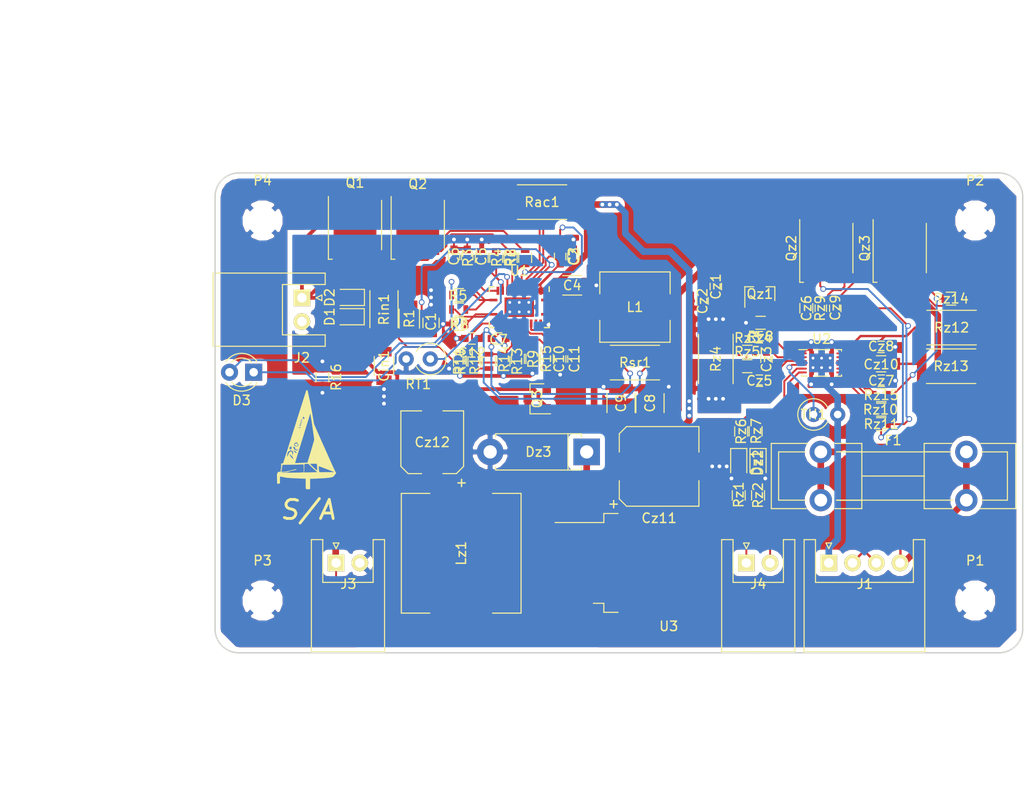
<source format=kicad_pcb>
(kicad_pcb (version 4) (host pcbnew 4.0.7)
  (layers (0 F.Cu signal) (31 B.Cu signal) (34 B.Paste user) (35 F.Paste user) (36 B.SilkS user) (37 F.SilkS user) (38 B.Mask user) (39 F.Mask user) (44 Edge.Cuts user))
  (net 0 "")
  (net 1 GND)
  (net 2 "Net-(C10-Pad1)")
  (net 3 "Net-(C10-Pad2)")
  (net 4 "Net-(D1-Pad1)")
  (net 5 "Net-(D3-Pad1)")
  (net 6 "Net-(Q1-Pad4)")
  (net 7 "Net-(R6-Pad1)")
  (net 8 "Net-(R10-Pad1)")
  (net 9 "Net-(TH1-Pad1)")
  (net 10 "Net-(C11-Pad1)")
  (net 11 /bq24133/AVCC)
  (net 12 Earth)
  (net 13 "Net-(C3-Pad1)")
  (net 14 "Net-(C5-Pad2)")
  (net 15 /bq24133/VREF)
  (net 16 "Net-(C12-Pad1)")
  (net 17 /bq24133/PACK+)
  (net 18 "Net-(Cin1-Pad1)")
  (net 19 "Net-(Cz1-Pad2)")
  (net 20 "Net-(Cz3-Pad2)")
  (net 21 "Net-(Cz3-Pad1)")
  (net 22 "Net-(Cz6-Pad1)")
  (net 23 "Net-(Cz7-Pad1)")
  (net 24 "Net-(Cz10-Pad1)")
  (net 25 "Net-(Cz9-Pad1)")
  (net 26 "Net-(Cz10-Pad2)")
  (net 27 /lm2529/5V)
  (net 28 /bq24133/ADAPTER)
  (net 29 "Net-(D3-Pad2)")
  (net 30 "Net-(Dz1-Pad1)")
  (net 31 "Net-(Dz2-Pad1)")
  (net 32 "Net-(Dz3-Pad1)")
  (net 33 /bq28z610/2P)
  (net 34 /bq28z610/1P)
  (net 35 /bq28z610/SDA)
  (net 36 /bq28z610/SCL)
  (net 37 "Net-(Q1-Pad1)")
  (net 38 "Net-(Q3-Pad2)")
  (net 39 "Net-(Qz1-Pad1)")
  (net 40 "Net-(Qz1-Pad3)")
  (net 41 "Net-(Qz2-Pad5)")
  (net 42 "Net-(Qz3-Pad4)")
  (net 43 "Net-(R2-Pad2)")
  (net 44 "Net-(R4-Pad1)")
  (net 45 "Net-(R7-Pad2)")
  (net 46 "Net-(R9-Pad2)")
  (net 47 /bq24133/0.8-1.8V)
  (net 48 "Net-(R12-Pad2)")
  (net 49 "Net-(R14-Pad2)")
  (net 50 "Net-(Rz6-Pad1)")
  (net 51 "Net-(Rz7-Pad1)")
  (net 52 "Net-(Rz10-Pad1)")
  (net 53 "Net-(Rz11-Pad1)")
  (net 54 "Net-(Rz15-Pad1)")
  (net 55 GNDPWR)
  (net 56 /bq24133/DCDC)
  (module Resistors_SMD:R_2512 (layer F.Cu) (at 139.192 44.958)
    (fp_text reference Rsr1 (at 0.0115 0) (layer F.SilkS))
    (fp_text value 10m)
    (pad 1 smd rect (at -3.1 0) (size 1 3.2) (layers F.Cu F.Paste F.Mask) (net 17 /bq24133/PACK+))
    (pad 2 smd rect (at 3.1 0) (size 1 3.2) (layers F.Cu F.Paste F.Mask) (net 16 "Net-(C12-Pad1)"))
  )
  (module Capacitors_SMD:C_0603 (layer F.Cu) (at 122.035 42.418 180)
    (fp_text reference C12 (at 0 -1.5 180) (layer F.SilkS))
    (fp_text value 100n)
    (pad 2 smd rect (at 0.75 0 180) (size 0.8 0.75) (layers F.Cu F.Paste F.Mask) (net 12 Earth))
    (pad 1 smd rect (at -0.75 0 180) (size 0.8 0.75) (layers F.Cu F.Paste F.Mask) (net 16 "Net-(C12-Pad1)"))
  )
  (module Connectors_JST:JST_XH_S04B-XH-A_04x2.50mm_Angled (layer F.Cu) (at 159.592 66.04)
    (fp_text reference J1 (at 3.7935 2.2225) (layer F.SilkS))
    (fp_text value Battery)
    (pad 1 thru_hole rect (at 0 0) (size 1.75 1.75) (drill 1) (layers *.Cu *.Mask F.SilkS) (net 1 GND))
    (pad 2 thru_hole circle (at 2.5 0) (size 1.75 1.75) (drill 1) (layers *.Cu *.Mask F.SilkS) (net 34 /bq28z610/1P))
    (pad 3 thru_hole circle (at 5 0) (size 1.75 1.75) (drill 1) (layers *.Cu *.Mask F.SilkS) (net 34 /bq28z610/1P))
    (pad 4 thru_hole circle (at 7.5 0) (size 1.75 1.75) (drill 1) (layers *.Cu *.Mask F.SilkS) (net 33 /bq28z610/2P))
  )
  (module Resistors_SMD:R_0603 (layer F.Cu) (at 165.112 48.387)
    (fp_text reference Rz15 (at -0.012 0) (layer F.SilkS))
    (fp_text value 5.1k)
    (pad 1 smd rect (at -0.75 0) (size 0.5 0.9) (layers F.Cu F.Paste F.Mask) (net 54 "Net-(Rz15-Pad1)"))
    (pad 2 smd rect (at 0.75 0) (size 0.5 0.9) (layers F.Cu F.Paste F.Mask) (net 42 "Net-(Qz3-Pad4)"))
  )
  (module Resistors_SMD:R_2512 (layer F.Cu) (at 147.701 44.577 270)
    (fp_text reference Rz4 (at 0 0 270) (layer F.SilkS))
    (fp_text value 1-3m)
    (pad 1 smd rect (at -3.1 0 270) (size 1 3.2) (layers F.Cu F.Paste F.Mask) (net 55 GNDPWR))
    (pad 2 smd rect (at 3.1 0 270) (size 1 3.2) (layers F.Cu F.Paste F.Mask) (net 1 GND))
  )
  (module Diodes_SMD:D_SOD-323F (layer F.Cu) (at 109.1995 40.132 180)
    (fp_text reference D1 (at 2.1385 0 270) (layer F.SilkS))
    (fp_text value D1)
    (pad 1 smd rect (at -1.1 0 180) (size 0.5 0.5) (layers F.Cu F.Paste F.Mask) (net 4 "Net-(D1-Pad1)"))
    (pad 2 smd rect (at 1.1 0 180) (size 0.5 0.5) (layers F.Cu F.Paste F.Mask) (net 17 /bq24133/PACK+))
  )
  (module Fuse_Holders_and_Fuses:Fuseholder5x20_horiz_open_lateral_Type-II (layer F.Cu) (at 158.75 54.356)
    (fp_text reference F1 (at 7.61 -1.21) (layer F.SilkS))
    (fp_text value Fuse)
    (pad 2 thru_hole circle (at 15.32 0) (size 2.35 2.35) (drill 1.35) (layers *.Cu *.Mask) (net 33 /bq28z610/2P))
    (pad 2 thru_hole circle (at 15.32 5.08) (size 2.35 2.35) (drill 1.35) (layers *.Cu *.Mask) (net 33 /bq28z610/2P))
    (pad 1 thru_hole circle (at 0 0) (size 2.35 2.35) (drill 1.35) (layers *.Cu *.Mask) (net 25 "Net-(Cz9-Pad1)"))
    (pad 1 thru_hole circle (at 0 5.08) (size 2.35 2.35) (drill 1.35) (layers *.Cu *.Mask) (net 25 "Net-(Cz9-Pad1)"))
  )
  (module TO_SOT_Packages_SMD:SOT-23 (layer F.Cu) (at 128.905 48.768 180)
    (fp_text reference Q3 (at 0 0 270) (layer F.SilkS))
    (fp_text value PMOS)
    (pad 1 smd rect (at -1 -0.95 180) (size 0.9 0.8) (layers F.Cu F.Paste F.Mask) (net 17 /bq24133/PACK+))
    (pad 2 smd rect (at -1 0.95 180) (size 0.9 0.8) (layers F.Cu F.Paste F.Mask) (net 38 "Net-(Q3-Pad2)"))
    (pad 3 smd rect (at 1 0 180) (size 0.9 0.8) (layers F.Cu F.Paste F.Mask) (net 56 /bq24133/DCDC))
  )
  (module Connectors_JST:JST_XH_S02B-XH-A_02x2.50mm_Angled (layer F.Cu) (at 104.14 38.14 270)
    (fp_text reference J2 (at 6.31 0 360) (layer F.SilkS))
    (fp_text value ACadapter)
    (pad 1 thru_hole rect (at 0 0 270) (size 1.75 1.75) (drill 1) (layers *.Cu *.Mask F.SilkS) (net 28 /bq24133/ADAPTER))
    (pad 2 thru_hole circle (at 2.5 0 270) (size 1.75 1.75) (drill 1) (layers *.Cu *.Mask F.SilkS) (net 12 Earth))
  )
  (module Connectors_JST:JST_XH_S02B-XH-A_02x2.50mm_Angled (layer F.Cu) (at 107.736 66.04)
    (fp_text reference J3 (at 1.2935 2.2225) (layer F.SilkS))
    (fp_text value Power)
    (pad 1 thru_hole rect (at 0 0) (size 1.75 1.75) (drill 1) (layers *.Cu *.Mask F.SilkS) (net 27 /lm2529/5V))
    (pad 2 thru_hole circle (at 2.5 0) (size 1.75 1.75) (drill 1) (layers *.Cu *.Mask F.SilkS) (net 55 GNDPWR))
  )
  (module Connectors_JST:JST_XH_S02B-XH-A_02x2.50mm_Angled (layer F.Cu) (at 150.916 66.04)
    (fp_text reference J4 (at 1.25 2.2225) (layer F.SilkS))
    (fp_text value SCL/SDA)
    (pad 1 thru_hole rect (at 0 0) (size 1.75 1.75) (drill 1) (layers *.Cu *.Mask F.SilkS) (net 36 /bq28z610/SCL))
    (pad 2 thru_hole circle (at 2.5 0) (size 1.75 1.75) (drill 1) (layers *.Cu *.Mask F.SilkS) (net 35 /bq28z610/SDA))
  )
  (module Mounting_Holes:MountingHole_3.2mm_M3 (layer F.Cu) (at 175 70)
    (fp_text reference P1 (at 0 -4.2) (layer F.SilkS))
    (fp_text value CONN_01X01)
    (pad 1 np_thru_hole circle (at 0 0) (size 3.2 3.2) (drill 3.2) (layers *.Cu *.Mask) (net 55 GNDPWR))
  )
  (module Mounting_Holes:MountingHole_3.2mm_M3 (layer F.Cu) (at 175 30)
    (fp_text reference P2 (at 0 -4.2) (layer F.SilkS))
    (fp_text value CONN_01X01)
    (pad 1 np_thru_hole circle (at 0 0) (size 3.2 3.2) (drill 3.2) (layers *.Cu *.Mask) (net 55 GNDPWR))
  )
  (module Mounting_Holes:MountingHole_3.2mm_M3 (layer F.Cu) (at 100 70)
    (fp_text reference P3 (at 0 -4.2) (layer F.SilkS))
    (fp_text value CONN_01X01)
    (pad 1 np_thru_hole circle (at 0 0) (size 3.2 3.2) (drill 3.2) (layers *.Cu *.Mask) (net 55 GNDPWR))
  )
  (module Mounting_Holes:MountingHole_3.2mm_M3 (layer F.Cu) (at 100 30)
    (fp_text reference P4 (at 0 -4.2) (layer F.SilkS))
    (fp_text value CONN_01X01)
    (pad 1 np_thru_hole circle (at 0 0) (size 3.2 3.2) (drill 3.2) (layers *.Cu *.Mask) (net 55 GNDPWR))
  )
  (module Capacitors_SMD:C_0805 (layer F.Cu) (at 117.729 40.783 90)
    (fp_text reference C1 (at 0.143 0 90) (layer F.SilkS))
    (fp_text value 1u)
    (pad 1 smd rect (at -1 0 90) (size 1 1.25) (layers F.Cu F.Paste F.Mask) (net 11 /bq24133/AVCC))
    (pad 2 smd rect (at 1 0 90) (size 1 1.25) (layers F.Cu F.Paste F.Mask) (net 12 Earth))
  )
  (module Capacitors_SMD:C_0603 (layer F.Cu) (at 132.715 33.794 270)
    (fp_text reference C2 (at -0.012 0 270) (layer F.SilkS))
    (fp_text value 100n)
    (pad 2 smd rect (at 0.75 0 270) (size 0.8 0.75) (layers F.Cu F.Paste F.Mask) (net 56 /bq24133/DCDC))
    (pad 1 smd rect (at -0.75 0 270) (size 0.8 0.75) (layers F.Cu F.Paste F.Mask) (net 12 Earth))
  )
  (module Capacitors_SMD:C_0603 (layer F.Cu) (at 131.318 33.794 270)
    (fp_text reference C3 (at 0 -1.5 270) (layer F.SilkS))
    (fp_text value 100n)
    (pad 2 smd rect (at 0.75 0 270) (size 0.8 0.75) (layers F.Cu F.Paste F.Mask) (net 56 /bq24133/DCDC))
    (pad 1 smd rect (at -0.75 0 270) (size 0.8 0.75) (layers F.Cu F.Paste F.Mask) (net 13 "Net-(C3-Pad1)"))
  )
  (module Capacitors_SMD:C_1206 (layer F.Cu) (at 132.588 36.83)
    (fp_text reference C4 (at 0 0) (layer F.SilkS))
    (fp_text value 10u)
    (pad 1 smd rect (at -1.5 0) (size 1 1.6) (layers F.Cu F.Paste F.Mask) (net 56 /bq24133/DCDC))
    (pad 2 smd rect (at 1.5 0) (size 1 1.6) (layers F.Cu F.Paste F.Mask) (net 55 GNDPWR))
  )
  (module Capacitors_SMD:C_0603 (layer F.Cu) (at 121.539 33.794 270)
    (fp_text reference C5 (at 0 -1.5 270) (layer F.SilkS))
    (fp_text value 100n)
    (pad 2 smd rect (at 0.75 0 270) (size 0.8 0.75) (layers F.Cu F.Paste F.Mask) (net 14 "Net-(C5-Pad2)"))
    (pad 1 smd rect (at -0.75 0 270) (size 0.8 0.75) (layers F.Cu F.Paste F.Mask) (net 12 Earth))
  )
  (module Capacitors_SMD:C_0603 (layer F.Cu) (at 120.142 33.782 90)
    (fp_text reference C6 (at 0 0 90) (layer F.SilkS))
    (fp_text value 1u)
    (pad 2 smd rect (at 0.75 0 90) (size 0.8 0.75) (layers F.Cu F.Paste F.Mask) (net 12 Earth))
    (pad 1 smd rect (at -0.75 0 90) (size 0.8 0.75) (layers F.Cu F.Paste F.Mask) (net 15 /bq24133/VREF))
  )
  (module Capacitors_SMD:C_0603 (layer F.Cu) (at 124.841 42.418)
    (fp_text reference C7 (at -0.012 0.127) (layer F.SilkS))
    (fp_text value 100n)
    (pad 2 smd rect (at 0.75 0) (size 0.8 0.75) (layers F.Cu F.Paste F.Mask) (net 16 "Net-(C12-Pad1)"))
    (pad 1 smd rect (at -0.75 0) (size 0.8 0.75) (layers F.Cu F.Paste F.Mask) (net 17 /bq24133/PACK+))
  )
  (module Capacitors_SMD:C_1210 (layer F.Cu) (at 140.775166 49.223172 270)
    (fp_text reference C8 (at 0 -0.004334 270) (layer F.SilkS))
    (fp_text value 10u)
    (pad 1 smd rect (at -1.5 0 270) (size 1 2.5) (layers F.Cu F.Paste F.Mask) (net 55 GNDPWR))
    (pad 2 smd rect (at 1.5 0 270) (size 1 2.5) (layers F.Cu F.Paste F.Mask) (net 17 /bq24133/PACK+))
  )
  (module Capacitors_SMD:C_1210 (layer F.Cu) (at 137.727166 49.223172 270)
    (fp_text reference C9 (at 0 -0.004334 270) (layer F.SilkS))
    (fp_text value 10u)
    (pad 1 smd rect (at -1.5 0 270) (size 1 2.5) (layers F.Cu F.Paste F.Mask) (net 55 GNDPWR))
    (pad 2 smd rect (at 1.5 0 270) (size 1 2.5) (layers F.Cu F.Paste F.Mask) (net 17 /bq24133/PACK+))
  )
  (module Capacitors_SMD:C_0603 (layer F.Cu) (at 132.715 44.577 90)
    (fp_text reference C10 (at 0 -1.5 90) (layer F.SilkS))
    (fp_text value 47n)
    (pad 2 smd rect (at 0.75 0 90) (size 0.8 0.75) (layers F.Cu F.Paste F.Mask) (net 3 "Net-(C10-Pad2)"))
    (pad 1 smd rect (at -0.75 0 90) (size 0.8 0.75) (layers F.Cu F.Paste F.Mask) (net 2 "Net-(C10-Pad1)"))
  )
  (module Capacitors_SMD:C_0603 (layer F.Cu) (at 131.318 44.577 270)
    (fp_text reference C11 (at 0 -1.5 270) (layer F.SilkS))
    (fp_text value 1u)
    (pad 2 smd rect (at 0.75 0 270) (size 0.8 0.75) (layers F.Cu F.Paste F.Mask) (net 55 GNDPWR))
    (pad 1 smd rect (at -0.75 0 270) (size 0.8 0.75) (layers F.Cu F.Paste F.Mask) (net 10 "Net-(C11-Pad1)"))
  )
  (module Capacitors_SMD:C_1206 (layer F.Cu) (at 112.776 45.315 270)
    (fp_text reference Cin1 (at 0 0 270) (layer F.SilkS))
    (fp_text value 2.2u)
    (pad 1 smd rect (at -1.5 0 270) (size 1 1.6) (layers F.Cu F.Paste F.Mask) (net 18 "Net-(Cin1-Pad1)"))
    (pad 2 smd rect (at 1.5 0 270) (size 1 1.6) (layers F.Cu F.Paste F.Mask) (net 55 GNDPWR))
  )
  (module Capacitors_SMD:C_0603 (layer F.Cu) (at 147.701 36.959 270)
    (fp_text reference Cz1 (at -0.002 0 270) (layer F.SilkS))
    (fp_text value 0.1u)
    (pad 2 smd rect (at 0.75 0 270) (size 0.8 0.75) (layers F.Cu F.Paste F.Mask) (net 19 "Net-(Cz1-Pad2)"))
    (pad 1 smd rect (at -0.75 0 270) (size 0.8 0.75) (layers F.Cu F.Paste F.Mask) (net 17 /bq24133/PACK+))
  )
  (module Capacitors_SMD:C_0603 (layer F.Cu) (at 146.304 38.469 270)
    (fp_text reference Cz2 (at 0.012 0 270) (layer F.SilkS))
    (fp_text value 0.1u)
    (pad 2 smd rect (at 0.75 0 270) (size 0.8 0.75) (layers F.Cu F.Paste F.Mask) (net 55 GNDPWR))
    (pad 1 smd rect (at -0.75 0 270) (size 0.8 0.75) (layers F.Cu F.Paste F.Mask) (net 19 "Net-(Cz1-Pad2)"))
  )
  (module Capacitors_SMD:C_0603 (layer F.Cu) (at 153.035 44.589 90)
    (fp_text reference Cz3 (at -0.012 0 90) (layer F.SilkS))
    (fp_text value 0.1u)
    (pad 2 smd rect (at 0.75 0 90) (size 0.8 0.75) (layers F.Cu F.Paste F.Mask) (net 20 "Net-(Cz3-Pad2)"))
    (pad 1 smd rect (at -0.75 0 90) (size 0.8 0.75) (layers F.Cu F.Paste F.Mask) (net 21 "Net-(Cz3-Pad1)"))
  )
  (module Capacitors_SMD:C_0603 (layer F.Cu) (at 152.273 42.291 180)
    (fp_text reference Cz4 (at 0 -0.0635 180) (layer F.SilkS))
    (fp_text value 0.1u)
    (pad 2 smd rect (at 0.75 0 180) (size 0.8 0.75) (layers F.Cu F.Paste F.Mask) (net 1 GND))
    (pad 1 smd rect (at -0.75 0 180) (size 0.8 0.75) (layers F.Cu F.Paste F.Mask) (net 20 "Net-(Cz3-Pad2)"))
  )
  (module Capacitors_SMD:C_0603 (layer F.Cu) (at 152.285 46.863 180)
    (fp_text reference Cz5 (at 0 0 180) (layer F.SilkS))
    (fp_text value 0.1u)
    (pad 2 smd rect (at 0.75 0 180) (size 0.8 0.75) (layers F.Cu F.Paste F.Mask) (net 1 GND))
    (pad 1 smd rect (at -0.75 0 180) (size 0.8 0.75) (layers F.Cu F.Paste F.Mask) (net 21 "Net-(Cz3-Pad1)"))
  )
  (module Capacitors_SMD:C_0603 (layer F.Cu) (at 158.75 39.231 90)
    (fp_text reference Cz6 (at 0 -1.5 90) (layer F.SilkS))
    (fp_text value 0.1u)
    (pad 2 smd rect (at 0.75 0 90) (size 0.8 0.75) (layers F.Cu F.Paste F.Mask) (net 17 /bq24133/PACK+))
    (pad 1 smd rect (at -0.75 0 90) (size 0.8 0.75) (layers F.Cu F.Paste F.Mask) (net 22 "Net-(Cz6-Pad1)"))
  )
  (module Capacitors_SMD:C_0603 (layer F.Cu) (at 165.112 46.863)
    (fp_text reference Cz7 (at 0 0) (layer F.SilkS))
    (fp_text value 2.2u)
    (pad 2 smd rect (at 0.75 0) (size 0.8 0.75) (layers F.Cu F.Paste F.Mask) (net 1 GND))
    (pad 1 smd rect (at -0.75 0) (size 0.8 0.75) (layers F.Cu F.Paste F.Mask) (net 23 "Net-(Cz7-Pad1)"))
  )
  (module Capacitors_SMD:C_0603 (layer F.Cu) (at 165.088 43.307)
    (fp_text reference Cz8 (at 0.012 -0.0635) (layer F.SilkS))
    (fp_text value 0.1u)
    (pad 2 smd rect (at 0.75 0) (size 0.8 0.75) (layers F.Cu F.Paste F.Mask) (net 1 GND))
    (pad 1 smd rect (at -0.75 0) (size 0.8 0.75) (layers F.Cu F.Paste F.Mask) (net 24 "Net-(Cz10-Pad1)"))
  )
  (module Capacitors_SMD:C_0603 (layer F.Cu) (at 160.274 39.255 270)
    (fp_text reference Cz9 (at -0.0755 0 270) (layer F.SilkS))
    (fp_text value 0.1u)
    (pad 2 smd rect (at 0.75 0 270) (size 0.8 0.75) (layers F.Cu F.Paste F.Mask) (net 22 "Net-(Cz6-Pad1)"))
    (pad 1 smd rect (at -0.75 0 270) (size 0.8 0.75) (layers F.Cu F.Paste F.Mask) (net 25 "Net-(Cz9-Pad1)"))
  )
  (module Capacitors_SMD:C_0805_HandSoldering (layer F.Cu) (at 165.1 45.085)
    (fp_text reference Cz10 (at 0 0.0635) (layer F.SilkS))
    (fp_text value 1u)
    (pad 1 smd rect (at -1.25 0) (size 1.5 1.25) (layers F.Cu F.Paste F.Mask) (net 24 "Net-(Cz10-Pad1)"))
    (pad 2 smd rect (at 1.25 0) (size 1.5 1.25) (layers F.Cu F.Paste F.Mask) (net 26 "Net-(Cz10-Pad2)"))
  )
  (module Capacitors_SMD:CP_Elec_8x10 (layer F.Cu) (at 141.732 55.88)
    (fp_text reference Cz11 (at 0 5.45) (layer F.SilkS))
    (fp_text value 680uF)
    (fp_text user + (at -4.78 3.9) (layer F.SilkS))
    (pad 1 smd rect (at -3.05 0 180) (size 4 2.5) (layers F.Cu F.Paste F.Mask) (net 56 /bq24133/DCDC))
    (pad 2 smd rect (at 3.05 0 180) (size 4 2.5) (layers F.Cu F.Paste F.Mask) (net 55 GNDPWR))
  )
  (module Capacitors_SMD:CP_Elec_6.3x5.8 (layer F.Cu) (at 117.856 53.34 90)
    (fp_text reference Cz12 (at 0 0 180) (layer F.SilkS))
    (fp_text value 220uF)
    (fp_text user + (at -4.28 3.01 90) (layer F.SilkS))
    (pad 1 smd rect (at -2.7 0 270) (size 3.5 1.6) (layers F.Cu F.Paste F.Mask) (net 27 /lm2529/5V))
    (pad 2 smd rect (at 2.7 0 270) (size 3.5 1.6) (layers F.Cu F.Paste F.Mask) (net 55 GNDPWR))
  )
  (module Diodes_SMD:D_SOD-323F (layer F.Cu) (at 109.22 38.1 180)
    (fp_text reference D2 (at 2.159 0 270) (layer F.SilkS))
    (fp_text value D2)
    (pad 1 smd rect (at -1.1 0 180) (size 0.5 0.5) (layers F.Cu F.Paste F.Mask) (net 4 "Net-(D1-Pad1)"))
    (pad 2 smd rect (at 1.1 0 180) (size 0.5 0.5) (layers F.Cu F.Paste F.Mask) (net 28 /bq24133/ADAPTER))
  )
  (module LEDs:LED_D3.0mm (layer F.Cu) (at 99.06 45.974 180)
    (fp_text reference D3 (at 1.27 -2.96 180) (layer F.SilkS))
    (fp_text value LED)
    (pad 1 thru_hole rect (at 0 0 180) (size 1.8 1.8) (drill 0.9) (layers *.Cu *.Mask) (net 5 "Net-(D3-Pad1)"))
    (pad 2 thru_hole circle (at 2.54 0 180) (size 1.8 1.8) (drill 0.9) (layers *.Cu *.Mask) (net 29 "Net-(D3-Pad2)"))
  )
  (module Diodes_SMD:D_SOD-323F (layer F.Cu) (at 150.114 55.499 270)
    (fp_text reference Dz1 (at 0 -1.85 270) (layer F.SilkS))
    (fp_text value DZ1)
    (pad 1 smd rect (at -1.1 0 270) (size 0.5 0.5) (layers F.Cu F.Paste F.Mask) (net 30 "Net-(Dz1-Pad1)"))
    (pad 2 smd rect (at 1.1 0 270) (size 0.5 0.5) (layers F.Cu F.Paste F.Mask) (net 55 GNDPWR))
  )
  (module Diodes_SMD:D_SOD-323F (layer F.Cu) (at 152.146 55.499 270)
    (fp_text reference Dz2 (at 0 0 270) (layer F.SilkS))
    (fp_text value DZ2)
    (pad 1 smd rect (at -1.1 0 270) (size 0.5 0.5) (layers F.Cu F.Paste F.Mask) (net 31 "Net-(Dz2-Pad1)"))
    (pad 2 smd rect (at 1.1 0 270) (size 0.5 0.5) (layers F.Cu F.Paste F.Mask) (net 55 GNDPWR))
  )
  (module Diodes_THT:D_5W_P10.16mm_Horizontal (layer F.Cu) (at 134.112 54.356 180)
    (fp_text reference Dz3 (at 5.08 0 180) (layer F.SilkS))
    (fp_text value 1N5824)
    (pad 1 thru_hole rect (at 0 0 180) (size 2.8 2.8) (drill 1.4) (layers *.Cu *.Mask) (net 32 "Net-(Dz3-Pad1)"))
    (pad 2 thru_hole oval (at 10.16 0 180) (size 2.8 2.8) (drill 1.4) (layers *.Cu *.Mask) (net 55 GNDPWR))
  )
  (module Inductors_SMD:L_7.3x7.3_H3.5 (layer F.Cu) (at 139.192 39.116)
    (fp_text reference L1 (at 0 0) (layer F.SilkS))
    (fp_text value 3.3u)
    (pad 1 smd rect (at -3.2 0) (size 1.5 2.2) (layers F.Cu F.Paste F.Mask) (net 3 "Net-(C10-Pad2)"))
    (pad 2 smd rect (at 3.2 0) (size 1.5 2.2) (layers F.Cu F.Paste F.Mask) (net 16 "Net-(C12-Pad1)"))
  )
  (module Inductors_SMD:L_12x12mm_h8mm (layer F.Cu) (at 120.904 65.024 90)
    (fp_text reference Lz1 (at 0 0 90) (layer F.SilkS))
    (fp_text value 33uH)
    (pad 1 smd rect (at -4.95 0 90) (size 2.9 5.4) (layers F.Cu F.Paste F.Mask) (net 32 "Net-(Dz3-Pad1)"))
    (pad 2 smd rect (at 4.95 0 90) (size 2.9 5.4) (layers F.Cu F.Paste F.Mask) (net 27 /lm2529/5V))
  )
  (module TO_SOT_Packages_SMD:TDSON-8-1 (layer F.Cu) (at 109.728 30.48 90)
    (fp_text reference Q1 (at 4.445 0 180) (layer F.SilkS))
    (fp_text value CSD16412Q5A)
    (pad 1 smd rect (at -2.75 -1.91) (size 0.7 0.8) (layers F.Cu F.Paste F.Mask) (net 37 "Net-(Q1-Pad1)"))
    (pad 2 smd rect (at -2.75 -0.64) (size 0.7 0.8) (layers F.Cu F.Paste F.Mask) (net 37 "Net-(Q1-Pad1)"))
    (pad 3 smd rect (at -2.75 0.64) (size 0.7 0.8) (layers F.Cu F.Paste F.Mask) (net 37 "Net-(Q1-Pad1)"))
    (pad 4 smd rect (at -2.75 1.91) (size 0.7 0.8) (layers F.Cu F.Paste F.Mask) (net 6 "Net-(Q1-Pad4)"))
    (pad 5 smd rect (at 2.75 1.91) (size 0.7 0.8) (layers F.Cu F.Paste F.Mask) (net 28 /bq24133/ADAPTER))
    (pad 5 smd rect (at 2.75 0.64) (size 0.7 0.8) (layers F.Cu F.Paste F.Mask) (net 28 /bq24133/ADAPTER))
    (pad 5 smd rect (at 2.75 -0.64) (size 0.7 0.8) (layers F.Cu F.Paste F.Mask) (net 28 /bq24133/ADAPTER))
    (pad 5 smd rect (at 2.75 -1.91) (size 0.7 0.8) (layers F.Cu F.Paste F.Mask) (net 28 /bq24133/ADAPTER))
    (pad 5 smd rect (at 0.5 0) (size 4.5 4.29) (layers F.Cu F.Paste F.Mask) (net 28 /bq24133/ADAPTER))
    (pad 5 smd rect (at 1.25 -1.09) (size 1.55 1.6) (layers F.Cu F.Paste F.Mask) (net 28 /bq24133/ADAPTER))
    (pad 5 smd rect (at 1.25 1.09) (size 1.55 1.6) (layers F.Cu F.Paste F.Mask) (net 28 /bq24133/ADAPTER))
    (pad 5 smd rect (at -0.75 -1.09) (size 1.55 1.2) (layers F.Cu F.Paste F.Mask) (net 28 /bq24133/ADAPTER))
    (pad 5 smd rect (at -0.75 1.09) (size 1.55 1.2) (layers F.Cu F.Paste F.Mask) (net 28 /bq24133/ADAPTER))
  )
  (module TO_SOT_Packages_SMD:TDSON-8-1 (layer F.Cu) (at 116.332 30.48 90)
    (fp_text reference Q2 (at 4.318 0 180) (layer F.SilkS))
    (fp_text value CSD16412Q5A)
    (pad 1 smd rect (at -2.75 -1.91) (size 0.7 0.8) (layers F.Cu F.Paste F.Mask) (net 37 "Net-(Q1-Pad1)"))
    (pad 2 smd rect (at -2.75 -0.64) (size 0.7 0.8) (layers F.Cu F.Paste F.Mask) (net 37 "Net-(Q1-Pad1)"))
    (pad 3 smd rect (at -2.75 0.64) (size 0.7 0.8) (layers F.Cu F.Paste F.Mask) (net 37 "Net-(Q1-Pad1)"))
    (pad 4 smd rect (at -2.75 1.91) (size 0.7 0.8) (layers F.Cu F.Paste F.Mask) (net 6 "Net-(Q1-Pad4)"))
    (pad 5 smd rect (at 2.75 1.91) (size 0.7 0.8) (layers F.Cu F.Paste F.Mask) (net 13 "Net-(C3-Pad1)"))
    (pad 5 smd rect (at 2.75 0.64) (size 0.7 0.8) (layers F.Cu F.Paste F.Mask) (net 13 "Net-(C3-Pad1)"))
    (pad 5 smd rect (at 2.75 -0.64) (size 0.7 0.8) (layers F.Cu F.Paste F.Mask) (net 13 "Net-(C3-Pad1)"))
    (pad 5 smd rect (at 2.75 -1.91) (size 0.7 0.8) (layers F.Cu F.Paste F.Mask) (net 13 "Net-(C3-Pad1)"))
    (pad 5 smd rect (at 0.5 0) (size 4.5 4.29) (layers F.Cu F.Paste F.Mask) (net 13 "Net-(C3-Pad1)"))
    (pad 5 smd rect (at 1.25 -1.09) (size 1.55 1.6) (layers F.Cu F.Paste F.Mask) (net 13 "Net-(C3-Pad1)"))
    (pad 5 smd rect (at 1.25 1.09) (size 1.55 1.6) (layers F.Cu F.Paste F.Mask) (net 13 "Net-(C3-Pad1)"))
    (pad 5 smd rect (at -0.75 -1.09) (size 1.55 1.2) (layers F.Cu F.Paste F.Mask) (net 13 "Net-(C3-Pad1)"))
    (pad 5 smd rect (at -0.75 1.09) (size 1.55 1.2) (layers F.Cu F.Paste F.Mask) (net 13 "Net-(C3-Pad1)"))
  )
  (module TO_SOT_Packages_SMD:SOT-23 (layer F.Cu) (at 152.334 37.735 90)
    (fp_text reference Qz1 (at 0 0.0025 180) (layer F.SilkS))
    (fp_text value 2N7002)
    (pad 1 smd rect (at -1 -0.95 90) (size 0.9 0.8) (layers F.Cu F.Paste F.Mask) (net 39 "Net-(Qz1-Pad1)"))
    (pad 2 smd rect (at -1 0.95 90) (size 0.9 0.8) (layers F.Cu F.Paste F.Mask) (net 17 /bq24133/PACK+))
    (pad 3 smd rect (at 1 0 90) (size 0.9 0.8) (layers F.Cu F.Paste F.Mask) (net 40 "Net-(Qz1-Pad3)"))
  )
  (module TO_SOT_Packages_SMD:TDSON-8-1_HandSoldering (layer F.Cu) (at 159.332 32.905 90)
    (fp_text reference Qz2 (at -0.02 -3.68 90) (layer F.SilkS))
    (fp_text value CSD16412Q5A)
    (pad 1 smd rect (at -2.9 -1.91) (size 0.7 1.2) (layers F.Cu F.Paste F.Mask) (net 17 /bq24133/PACK+))
    (pad 2 smd rect (at -2.9 -0.64) (size 0.7 1.2) (layers F.Cu F.Paste F.Mask) (net 17 /bq24133/PACK+))
    (pad 3 smd rect (at -2.9 0.64) (size 0.7 1.2) (layers F.Cu F.Paste F.Mask) (net 17 /bq24133/PACK+))
    (pad 4 smd rect (at -2.9 1.91) (size 0.7 1.2) (layers F.Cu F.Paste F.Mask) (net 40 "Net-(Qz1-Pad3)"))
    (pad 5 smd rect (at 2.9 1.91) (size 0.7 1.2) (layers F.Cu F.Paste F.Mask) (net 41 "Net-(Qz2-Pad5)"))
    (pad 5 smd rect (at 2.9 0.64) (size 0.7 1.2) (layers F.Cu F.Paste F.Mask) (net 41 "Net-(Qz2-Pad5)"))
    (pad 5 smd rect (at 2.9 -0.64) (size 0.7 1.2) (layers F.Cu F.Paste F.Mask) (net 41 "Net-(Qz2-Pad5)"))
    (pad 5 smd rect (at 2.9 -1.91) (size 0.7 1.2) (layers F.Cu F.Paste F.Mask) (net 41 "Net-(Qz2-Pad5)"))
    (pad 5 smd rect (at 0.5 0) (size 4.5 4.29) (layers F.Cu F.Paste F.Mask) (net 41 "Net-(Qz2-Pad5)"))
    (pad 5 smd rect (at 1.25 -1.09) (size 1.55 1.6) (layers F.Cu F.Paste F.Mask) (net 41 "Net-(Qz2-Pad5)"))
    (pad 5 smd rect (at 1.25 1.09) (size 1.55 1.6) (layers F.Cu F.Paste F.Mask) (net 41 "Net-(Qz2-Pad5)"))
    (pad 5 smd rect (at -0.75 -1.09) (size 1.55 1.2) (layers F.Cu F.Paste F.Mask) (net 41 "Net-(Qz2-Pad5)"))
    (pad 5 smd rect (at -0.75 1.09) (size 1.55 1.2) (layers F.Cu F.Paste F.Mask) (net 41 "Net-(Qz2-Pad5)"))
  )
  (module TO_SOT_Packages_SMD:TDSON-8-1_HandSoldering (layer F.Cu) (at 167.058 32.905 90)
    (fp_text reference Qz3 (at -0.02 -3.68 90) (layer F.SilkS))
    (fp_text value CSD16412Q5A)
    (pad 1 smd rect (at -2.9 -1.91) (size 0.7 1.2) (layers F.Cu F.Paste F.Mask) (net 25 "Net-(Cz9-Pad1)"))
    (pad 2 smd rect (at -2.9 -0.64) (size 0.7 1.2) (layers F.Cu F.Paste F.Mask) (net 25 "Net-(Cz9-Pad1)"))
    (pad 3 smd rect (at -2.9 0.64) (size 0.7 1.2) (layers F.Cu F.Paste F.Mask) (net 25 "Net-(Cz9-Pad1)"))
    (pad 4 smd rect (at -2.9 1.91) (size 0.7 1.2) (layers F.Cu F.Paste F.Mask) (net 42 "Net-(Qz3-Pad4)"))
    (pad 5 smd rect (at 2.9 1.91) (size 0.7 1.2) (layers F.Cu F.Paste F.Mask) (net 41 "Net-(Qz2-Pad5)"))
    (pad 5 smd rect (at 2.9 0.64) (size 0.7 1.2) (layers F.Cu F.Paste F.Mask) (net 41 "Net-(Qz2-Pad5)"))
    (pad 5 smd rect (at 2.9 -0.64) (size 0.7 1.2) (layers F.Cu F.Paste F.Mask) (net 41 "Net-(Qz2-Pad5)"))
    (pad 5 smd rect (at 2.9 -1.91) (size 0.7 1.2) (layers F.Cu F.Paste F.Mask) (net 41 "Net-(Qz2-Pad5)"))
    (pad 5 smd rect (at 0.5 0) (size 4.5 4.29) (layers F.Cu F.Paste F.Mask) (net 41 "Net-(Qz2-Pad5)"))
    (pad 5 smd rect (at 1.25 -1.09) (size 1.55 1.6) (layers F.Cu F.Paste F.Mask) (net 41 "Net-(Qz2-Pad5)"))
    (pad 5 smd rect (at 1.25 1.09) (size 1.55 1.6) (layers F.Cu F.Paste F.Mask) (net 41 "Net-(Qz2-Pad5)"))
    (pad 5 smd rect (at -0.75 -1.09) (size 1.55 1.2) (layers F.Cu F.Paste F.Mask) (net 41 "Net-(Qz2-Pad5)"))
    (pad 5 smd rect (at -0.75 1.09) (size 1.55 1.2) (layers F.Cu F.Paste F.Mask) (net 41 "Net-(Qz2-Pad5)"))
  )
  (module Resistors_SMD:R_1206 (layer F.Cu) (at 115.443 40.333 270)
    (fp_text reference R1 (at 0 0 270) (layer F.SilkS))
    (fp_text value 10)
    (pad 1 smd rect (at -1.45 0 270) (size 0.9 1.7) (layers F.Cu F.Paste F.Mask) (net 4 "Net-(D1-Pad1)"))
    (pad 2 smd rect (at 1.45 0 270) (size 0.9 1.7) (layers F.Cu F.Paste F.Mask) (net 11 /bq24133/AVCC))
  )
  (module Resistors_SMD:R_0603 (layer F.Cu) (at 124.587 33.909 270)
    (fp_text reference R2 (at 0 -1.45 270) (layer F.SilkS))
    (fp_text value 5.23k)
    (pad 1 smd rect (at -0.75 0 270) (size 0.5 0.9) (layers F.Cu F.Paste F.Mask) (net 15 /bq24133/VREF))
    (pad 2 smd rect (at 0.75 0 270) (size 0.5 0.9) (layers F.Cu F.Paste F.Mask) (net 43 "Net-(R2-Pad2)"))
  )
  (module Resistors_SMD:R_0603 (layer F.Cu) (at 123.063 33.921 90)
    (fp_text reference R3 (at 0 -1.45 90) (layer F.SilkS))
    (fp_text value 30.1k)
    (pad 1 smd rect (at -0.75 0 90) (size 0.5 0.9) (layers F.Cu F.Paste F.Mask) (net 43 "Net-(R2-Pad2)"))
    (pad 2 smd rect (at 0.75 0 90) (size 0.5 0.9) (layers F.Cu F.Paste F.Mask) (net 12 Earth))
  )
  (module Resistors_SMD:R_0603 (layer F.Cu) (at 126.111 33.921 90)
    (fp_text reference R4 (at 0 -1.45 90) (layer F.SilkS))
    (fp_text value 4.02k)
    (pad 1 smd rect (at -0.75 0 90) (size 0.5 0.9) (layers F.Cu F.Paste F.Mask) (net 44 "Net-(R4-Pad1)"))
    (pad 2 smd rect (at 0.75 0 90) (size 0.5 0.9) (layers F.Cu F.Paste F.Mask) (net 6 "Net-(Q1-Pad4)"))
  )
  (module Resistors_SMD:R_0603 (layer F.Cu) (at 120.65 37.846)
    (fp_text reference R5 (at -0.0635 0.0635) (layer F.SilkS))
    (fp_text value 1.5k)
    (pad 1 smd rect (at -0.75 0) (size 0.5 0.9) (layers F.Cu F.Paste F.Mask) (net 29 "Net-(D3-Pad2)"))
    (pad 2 smd rect (at 0.75 0) (size 0.5 0.9) (layers F.Cu F.Paste F.Mask) (net 15 /bq24133/VREF))
  )
  (module Resistors_SMD:R_0603 (layer F.Cu) (at 127.635 33.921 90)
    (fp_text reference R6 (at 0 -1.45 90) (layer F.SilkS))
    (fp_text value 4.02k)
    (pad 1 smd rect (at -0.75 0 90) (size 0.5 0.9) (layers F.Cu F.Paste F.Mask) (net 7 "Net-(R6-Pad1)"))
    (pad 2 smd rect (at 0.75 0 90) (size 0.5 0.9) (layers F.Cu F.Paste F.Mask) (net 37 "Net-(Q1-Pad1)"))
  )
  (module Resistors_SMD:R_0603 (layer F.Cu) (at 120.638 39.37 180)
    (fp_text reference R7 (at 0 -1.45 180) (layer F.SilkS))
    (fp_text value 232k)
    (pad 1 smd rect (at -0.75 0 180) (size 0.5 0.9) (layers F.Cu F.Paste F.Mask) (net 15 /bq24133/VREF))
    (pad 2 smd rect (at 0.75 0 180) (size 0.5 0.9) (layers F.Cu F.Paste F.Mask) (net 45 "Net-(R7-Pad2)"))
  )
  (module Resistors_SMD:R_0603 (layer F.Cu) (at 120.662 40.894 180)
    (fp_text reference R8 (at -0.0515 -0.127 180) (layer F.SilkS))
    (fp_text value 32.4k)
    (pad 1 smd rect (at -0.75 0 180) (size 0.5 0.9) (layers F.Cu F.Paste F.Mask) (net 45 "Net-(R7-Pad2)"))
    (pad 2 smd rect (at 0.75 0 180) (size 0.5 0.9) (layers F.Cu F.Paste F.Mask) (net 12 Earth))
  )
  (module Resistors_SMD:R_0603 (layer F.Cu) (at 129.921 44.589 90)
    (fp_text reference R9 (at 0 -1.45 90) (layer F.SilkS))
    (fp_text value 1k)
    (pad 1 smd rect (at -0.75 0 90) (size 0.5 0.9) (layers F.Cu F.Paste F.Mask) (net 38 "Net-(Q3-Pad2)"))
    (pad 2 smd rect (at 0.75 0 90) (size 0.5 0.9) (layers F.Cu F.Paste F.Mask) (net 46 "Net-(R9-Pad2)"))
  )
  (module Resistors_SMD:R_0603 (layer F.Cu) (at 122.301 44.831 90)
    (fp_text reference R10 (at 0 -1.45 90) (layer F.SilkS))
    (fp_text value 100k)
    (pad 1 smd rect (at -0.75 0 90) (size 0.5 0.9) (layers F.Cu F.Paste F.Mask) (net 8 "Net-(R10-Pad1)"))
    (pad 2 smd rect (at 0.75 0 90) (size 0.5 0.9) (layers F.Cu F.Paste F.Mask) (net 47 /bq24133/0.8-1.8V))
  )
  (module Resistors_SMD:R_0603 (layer F.Cu) (at 120.777 44.831 90)
    (fp_text reference R11 (at 0 -0.127 90) (layer F.SilkS))
    (fp_text value 100k)
    (pad 1 smd rect (at -0.75 0 90) (size 0.5 0.9) (layers F.Cu F.Paste F.Mask) (net 12 Earth))
    (pad 2 smd rect (at 0.75 0 90) (size 0.5 0.9) (layers F.Cu F.Paste F.Mask) (net 47 /bq24133/0.8-1.8V))
  )
  (module Resistors_SMD:R_0603 (layer F.Cu) (at 123.825 44.831 90)
    (fp_text reference R12 (at 0 -1.45 90) (layer F.SilkS))
    (fp_text value 100k)
    (pad 1 smd rect (at -0.75 0 90) (size 0.5 0.9) (layers F.Cu F.Paste F.Mask) (net 8 "Net-(R10-Pad1)"))
    (pad 2 smd rect (at 0.75 0 90) (size 0.5 0.9) (layers F.Cu F.Paste F.Mask) (net 48 "Net-(R12-Pad2)"))
  )
  (module Resistors_SMD:R_0603 (layer F.Cu) (at 125.349 44.831 270)
    (fp_text reference R13 (at 0 -1.45 270) (layer F.SilkS))
    (fp_text value 32.4k)
    (pad 1 smd rect (at -0.75 0 270) (size 0.5 0.9) (layers F.Cu F.Paste F.Mask) (net 48 "Net-(R12-Pad2)"))
    (pad 2 smd rect (at 0.75 0 270) (size 0.5 0.9) (layers F.Cu F.Paste F.Mask) (net 12 Earth))
  )
  (module Resistors_SMD:R_0603 (layer F.Cu) (at 126.873 44.565 90)
    (fp_text reference R14 (at 0 -1.45 90) (layer F.SilkS))
    (fp_text value 1M)
    (pad 1 smd rect (at -0.75 0 90) (size 0.5 0.9) (layers F.Cu F.Paste F.Mask) (net 28 /bq24133/ADAPTER))
    (pad 2 smd rect (at 0.75 0 90) (size 0.5 0.9) (layers F.Cu F.Paste F.Mask) (net 49 "Net-(R14-Pad2)"))
  )
  (module Resistors_SMD:R_0603 (layer F.Cu) (at 128.397 44.565 270)
    (fp_text reference R15 (at 0 -1.45 270) (layer F.SilkS))
    (fp_text value 100k)
    (pad 1 smd rect (at -0.75 0 270) (size 0.5 0.9) (layers F.Cu F.Paste F.Mask) (net 49 "Net-(R14-Pad2)"))
    (pad 2 smd rect (at 0.75 0 270) (size 0.5 0.9) (layers F.Cu F.Paste F.Mask) (net 12 Earth))
  )
  (module Resistors_SMD:R_2512 (layer F.Cu) (at 129.413 28.067)
    (fp_text reference Rac1 (at 0 0) (layer F.SilkS))
    (fp_text value 20m)
    (pad 1 smd rect (at -3.1 0) (size 1 3.2) (layers F.Cu F.Paste F.Mask) (net 13 "Net-(C3-Pad1)"))
    (pad 2 smd rect (at 3.1 0) (size 1 3.2) (layers F.Cu F.Paste F.Mask) (net 56 /bq24133/DCDC))
  )
  (module Resistors_SMD:R_2010 (layer F.Cu) (at 112.776 39.333 270)
    (fp_text reference Rin1 (at 0.037 0 270) (layer F.SilkS))
    (fp_text value 2)
    (pad 1 smd rect (at -2.45 0 270) (size 1 2.5) (layers F.Cu F.Paste F.Mask) (net 28 /bq24133/ADAPTER))
    (pad 2 smd rect (at 2.45 0 270) (size 1 2.5) (layers F.Cu F.Paste F.Mask) (net 18 "Net-(Cin1-Pad1)"))
  )
  (module Resistors_THT:R_Axial_DIN0309_L9.0mm_D3.2mm_P2.54mm_Vertical (layer F.Cu) (at 117.6528 44.577 180)
    (fp_text reference RT1 (at 1.27 -2.66 180) (layer F.SilkS))
    (fp_text value 103AT)
    (pad 1 thru_hole circle (at 0 0 180) (size 1.6 1.6) (drill 0.8) (layers *.Cu *.Mask) (net 43 "Net-(R2-Pad2)"))
    (pad 2 thru_hole oval (at 2.54 0 180) (size 1.6 1.6) (drill 0.8) (layers *.Cu *.Mask) (net 12 Earth))
  )
  (module Resistors_SMD:R_0603 (layer F.Cu) (at 150.114 58.94 270)
    (fp_text reference Rz1 (at -0.0755 0 270) (layer F.SilkS))
    (fp_text value 100)
    (pad 1 smd rect (at -0.75 0 270) (size 0.5 0.9) (layers F.Cu F.Paste F.Mask) (net 30 "Net-(Dz1-Pad1)"))
    (pad 2 smd rect (at 0.75 0 270) (size 0.5 0.9) (layers F.Cu F.Paste F.Mask) (net 36 /bq28z610/SCL))
  )
  (module Resistors_SMD:R_0603 (layer F.Cu) (at 152.146 58.928 270)
    (fp_text reference Rz2 (at 0 0 270) (layer F.SilkS))
    (fp_text value 100)
    (pad 1 smd rect (at -0.75 0 270) (size 0.5 0.9) (layers F.Cu F.Paste F.Mask) (net 31 "Net-(Dz2-Pad1)"))
    (pad 2 smd rect (at 0.75 0 270) (size 0.5 0.9) (layers F.Cu F.Paste F.Mask) (net 35 /bq28z610/SDA))
  )
  (module Resistors_SMD:R_0603 (layer F.Cu) (at 151.015 43.815)
    (fp_text reference Rz3 (at 0 -1.45) (layer F.SilkS))
    (fp_text value 100)
    (pad 1 smd rect (at -0.75 0) (size 0.5 0.9) (layers F.Cu F.Paste F.Mask) (net 55 GNDPWR))
    (pad 2 smd rect (at 0.75 0) (size 0.5 0.9) (layers F.Cu F.Paste F.Mask) (net 20 "Net-(Cz3-Pad2)"))
  )
  (module Resistors_SMD:R_0603 (layer F.Cu) (at 151.015 45.339)
    (fp_text reference Rz5 (at 0 -1.524) (layer F.SilkS))
    (fp_text value 100)
    (pad 1 smd rect (at -0.75 0) (size 0.5 0.9) (layers F.Cu F.Paste F.Mask) (net 1 GND))
    (pad 2 smd rect (at 0.75 0) (size 0.5 0.9) (layers F.Cu F.Paste F.Mask) (net 21 "Net-(Cz3-Pad1)"))
  )
  (module Resistors_SMD:R_0603 (layer F.Cu) (at 150.368 52.209 270)
    (fp_text reference Rz6 (at 0 0 270) (layer F.SilkS))
    (fp_text value 100)
    (pad 1 smd rect (at -0.75 0 270) (size 0.5 0.9) (layers F.Cu F.Paste F.Mask) (net 50 "Net-(Rz6-Pad1)"))
    (pad 2 smd rect (at 0.75 0 270) (size 0.5 0.9) (layers F.Cu F.Paste F.Mask) (net 30 "Net-(Dz1-Pad1)"))
  )
  (module Resistors_SMD:R_0603 (layer F.Cu) (at 151.892 52.185 270)
    (fp_text reference Rz7 (at -0.012 -0.0635 270) (layer F.SilkS))
    (fp_text value 100)
    (pad 1 smd rect (at -0.75 0 270) (size 0.5 0.9) (layers F.Cu F.Paste F.Mask) (net 51 "Net-(Rz7-Pad1)"))
    (pad 2 smd rect (at 0.75 0 270) (size 0.5 0.9) (layers F.Cu F.Paste F.Mask) (net 31 "Net-(Dz2-Pad1)"))
  )
  (module Resistors_SMD:R_0603 (layer F.Cu) (at 152.412 40.767 180)
    (fp_text reference Rz8 (at 0 -1.45 180) (layer F.SilkS))
    (fp_text value 10k)
    (pad 1 smd rect (at -0.75 0 180) (size 0.5 0.9) (layers F.Cu F.Paste F.Mask) (net 39 "Net-(Qz1-Pad1)"))
    (pad 2 smd rect (at 0.75 0 180) (size 0.5 0.9) (layers F.Cu F.Paste F.Mask) (net 55 GNDPWR))
  )
  (module Resistors_SMD:R_0603 (layer F.Cu) (at 157.226 39.243 270)
    (fp_text reference Rz9 (at 0 -1.45 270) (layer F.SilkS))
    (fp_text value 10M)
    (pad 1 smd rect (at -0.75 0 270) (size 0.5 0.9) (layers F.Cu F.Paste F.Mask) (net 17 /bq24133/PACK+))
    (pad 2 smd rect (at 0.75 0 270) (size 0.5 0.9) (layers F.Cu F.Paste F.Mask) (net 40 "Net-(Qz1-Pad3)"))
  )
  (module Resistors_SMD:R_0603 (layer F.Cu) (at 165.112 49.911)
    (fp_text reference Rz10 (at -0.0755 0) (layer F.SilkS))
    (fp_text value 10)
    (pad 1 smd rect (at -0.75 0) (size 0.5 0.9) (layers F.Cu F.Paste F.Mask) (net 52 "Net-(Rz10-Pad1)"))
    (pad 2 smd rect (at 0.75 0) (size 0.5 0.9) (layers F.Cu F.Paste F.Mask) (net 17 /bq24133/PACK+))
  )
  (module Resistors_SMD:R_0603 (layer F.Cu) (at 165.112 51.435)
    (fp_text reference Rz11 (at 0 0) (layer F.SilkS))
    (fp_text value 5.1k)
    (pad 1 smd rect (at -0.75 0) (size 0.5 0.9) (layers F.Cu F.Paste F.Mask) (net 53 "Net-(Rz11-Pad1)"))
    (pad 2 smd rect (at 0.75 0) (size 0.5 0.9) (layers F.Cu F.Paste F.Mask) (net 40 "Net-(Qz1-Pad3)"))
  )
  (module Resistors_SMD:R_2512 (layer F.Cu) (at 172.518 41.275 180)
    (fp_text reference Rz12 (at 0 0 180) (layer F.SilkS))
    (fp_text value 100)
    (pad 1 smd rect (at -3.1 0 180) (size 1 3.2) (layers F.Cu F.Paste F.Mask) (net 34 /bq28z610/1P))
    (pad 2 smd rect (at 3.1 0 180) (size 1 3.2) (layers F.Cu F.Paste F.Mask) (net 24 "Net-(Cz10-Pad1)"))
  )
  (module Resistors_SMD:R_2512 (layer F.Cu) (at 172.466 45.339 180)
    (fp_text reference Rz13 (at 0 0 180) (layer F.SilkS))
    (fp_text value 5)
    (pad 1 smd rect (at -3.1 0 180) (size 1 3.2) (layers F.Cu F.Paste F.Mask) (net 33 /bq28z610/2P))
    (pad 2 smd rect (at 3.1 0 180) (size 1 3.2) (layers F.Cu F.Paste F.Mask) (net 26 "Net-(Cz10-Pad2)"))
  )
  (module Resistors_SMD:R_0603 (layer F.Cu) (at 172.454 38.227)
    (fp_text reference Rz14 (at 0.012 0) (layer F.SilkS))
    (fp_text value 10M)
    (pad 1 smd rect (at -0.75 0) (size 0.5 0.9) (layers F.Cu F.Paste F.Mask) (net 42 "Net-(Qz3-Pad4)"))
    (pad 2 smd rect (at 0.75 0) (size 0.5 0.9) (layers F.Cu F.Paste F.Mask) (net 25 "Net-(Cz9-Pad1)"))
  )
  (module Resistors_THT:R_Axial_DIN0309_L9.0mm_D3.2mm_P2.54mm_Vertical (layer F.Cu) (at 157.988 50.419)
    (fp_text reference TH1 (at 0 0) (layer F.SilkS))
    (fp_text value NTC)
    (pad 1 thru_hole circle (at 0 0) (size 1.6 1.6) (drill 0.8) (layers *.Cu *.Mask) (net 9 "Net-(TH1-Pad1)"))
    (pad 2 thru_hole oval (at 2.54 0) (size 1.6 1.6) (drill 0.8) (layers *.Cu *.Mask) (net 1 GND))
  )
  (module VQFN:VQFN-24_5.5x3.5mm_Pitch0.5mm (layer F.Cu) (at 127.016 39.124 180)
    (fp_text reference U1 (at 0 3.81 180) (layer F.SilkS))
    (fp_text value bq24133)
    (pad 25 thru_hole circle (at 0 -0.5 180) (size 0.4 0.4) (drill 0.3) (layers *.Cu *.Mask) (net 12 Earth))
    (pad 25 thru_hole circle (at 0 0.5 180) (size 0.4 0.4) (drill 0.3) (layers *.Cu *.Mask) (net 12 Earth))
    (pad 25 thru_hole circle (at -1 0.5 180) (size 0.4 0.4) (drill 0.3) (layers *.Cu *.Mask) (net 12 Earth))
    (pad 25 thru_hole circle (at 1 0.5 180) (size 0.4 0.4) (drill 0.3) (layers *.Cu *.Mask) (net 12 Earth))
    (pad 25 thru_hole circle (at 1 -0.5 180) (size 0.4 0.4) (drill 0.3) (layers *.Cu *.Mask) (net 12 Earth))
    (pad 25 thru_hole circle (at -1 -0.5 180) (size 0.4 0.4) (drill 0.3) (layers *.Cu *.Mask) (net 12 Earth))
    (pad 23 smd rect (at -2.25 -1.725 180) (size 0.28 0.85) (layers F.Cu F.Paste F.Mask) (net 55 GNDPWR))
    (pad 22 smd rect (at -1.75 -1.725 180) (size 0.28 0.85) (layers F.Cu F.Paste F.Mask) (net 55 GNDPWR))
    (pad 21 smd rect (at -1.25 -1.725 180) (size 0.28 0.85) (layers F.Cu F.Paste F.Mask) (net 2 "Net-(C10-Pad1)"))
    (pad 20 smd rect (at -0.75 -1.725 180) (size 0.28 0.85) (layers F.Cu F.Paste F.Mask) (net 10 "Net-(C11-Pad1)"))
    (pad 19 smd rect (at -0.25 -1.725 180) (size 0.28 0.85) (layers F.Cu F.Paste F.Mask) (net 46 "Net-(R9-Pad2)"))
    (pad 18 smd rect (at 0.25 -1.725 180) (size 0.28 0.85) (layers F.Cu F.Paste F.Mask) (net 49 "Net-(R14-Pad2)"))
    (pad 17 smd rect (at 0.75 -1.725 180) (size 0.28 0.85) (layers F.Cu F.Paste F.Mask) (net 48 "Net-(R12-Pad2)"))
    (pad 16 smd rect (at 1.25 -1.725 180) (size 0.28 0.85) (layers F.Cu F.Paste F.Mask) (net 16 "Net-(C12-Pad1)"))
    (pad 15 smd rect (at 1.75 -1.725 180) (size 0.28 0.85) (layers F.Cu F.Paste F.Mask) (net 17 /bq24133/PACK+))
    (pad 14 smd rect (at 2.25 -1.725 180) (size 0.28 0.85) (layers F.Cu F.Paste F.Mask) (net 47 /bq24133/0.8-1.8V))
    (pad 13 smd rect (at 2.725 -0.75 180) (size 0.85 0.28) (layers F.Cu F.Paste F.Mask) (net 45 "Net-(R7-Pad2)"))
    (pad 12 smd rect (at 2.725 0.75 180) (size 0.85 0.28) (layers F.Cu F.Paste F.Mask) (net 15 /bq24133/VREF))
    (pad 11 smd rect (at 2.25 1.725 180) (size 0.28 0.85) (layers F.Cu F.Paste F.Mask) (net 14 "Net-(C5-Pad2)"))
    (pad 10 smd rect (at 1.75 1.725 180) (size 0.28 0.85) (layers F.Cu F.Paste F.Mask) (net 43 "Net-(R2-Pad2)"))
    (pad 9 smd rect (at 1.25 1.725 180) (size 0.28 0.85) (layers F.Cu F.Paste F.Mask) (net 5 "Net-(D3-Pad1)"))
    (pad 8 smd rect (at 0.75 1.725 180) (size 0.28 0.85) (layers F.Cu F.Paste F.Mask) (net 44 "Net-(R4-Pad1)"))
    (pad 7 smd rect (at 0.25 1.725 180) (size 0.28 0.85) (layers F.Cu F.Paste F.Mask) (net 7 "Net-(R6-Pad1)"))
    (pad 6 smd rect (at -0.25 1.725 180) (size 0.28 0.85) (layers F.Cu F.Paste F.Mask) (net 13 "Net-(C3-Pad1)"))
    (pad 5 smd rect (at -0.75 1.725 180) (size 0.28 0.85) (layers F.Cu F.Paste F.Mask) (net 56 /bq24133/DCDC))
    (pad 4 smd rect (at -1.25 1.725 180) (size 0.28 0.85) (layers F.Cu F.Paste F.Mask) (net 11 /bq24133/AVCC))
    (pad 3 smd rect (at -1.75 1.725 180) (size 0.28 0.85) (layers F.Cu F.Paste F.Mask) (net 56 /bq24133/DCDC))
    (pad 2 smd rect (at -2.25 1.725 180) (size 0.28 0.85) (layers F.Cu F.Paste F.Mask) (net 56 /bq24133/DCDC))
    (pad 1 smd rect (at -2.725 0.75 180) (size 0.85 0.28) (layers F.Cu F.Paste F.Mask) (net 3 "Net-(C10-Pad2)"))
    (pad 24 smd rect (at -2.725 -0.75 180) (size 0.85 0.28) (layers F.Cu F.Paste F.Mask) (net 3 "Net-(C10-Pad2)"))
    (pad 25 smd rect (at 0 0 180) (size 3.1 2.05) (layers F.Cu F.Paste F.Mask) (net 12 Earth))
  )
  (module Housings_SON:Texas_S-PDSO-N12 (layer F.Cu) (at 158.834 44.99)
    (fp_text reference U2 (at -0.000701 -2.517393) (layer F.SilkS))
    (fp_text value bq28z610)
    (pad 13 smd rect (at 0 0 270) (size 1.95 2.6) (layers F.Cu F.Mask) (net 1 GND))
    (pad 13 smd rect (at -1.1 1.3125 270) (size 0.675 0.4) (layers F.Cu F.Mask) (net 1 GND))
    (pad 13 smd rect (at 1.1 1.3125 270) (size 0.675 0.4) (layers F.Cu F.Mask) (net 1 GND))
    (pad 13 smd rect (at 1.1 -1.3125 270) (size 0.675 0.4) (layers F.Cu F.Mask) (net 1 GND))
    (pad 13 smd rect (at -1.1 -1.3125 270) (size 0.675 0.4) (layers F.Cu F.Mask) (net 1 GND))
    (pad 3 smd rect (at -2.3 -0.2) (size 0.2 0.2) (layers F.Cu F.Paste F.Mask) (net 21 "Net-(Cz3-Pad1)"))
    (pad 3 smd oval (at -1.975 -0.2) (size 0.85 0.2) (layers F.Cu F.Paste F.Mask) (net 21 "Net-(Cz3-Pad1)"))
    (pad 2 smd oval (at -1.975 -0.6) (size 0.85 0.2) (layers F.Cu F.Paste F.Mask) (net 20 "Net-(Cz3-Pad2)"))
    (pad 1 smd oval (at -1.975 -1) (size 0.85 0.2) (layers F.Cu F.Paste F.Mask) (net 1 GND))
    (pad 4 smd oval (at -1.975 0.2) (size 0.85 0.2) (layers F.Cu F.Paste F.Mask) (net 9 "Net-(TH1-Pad1)"))
    (pad 5 smd oval (at -1.975 0.6) (size 0.85 0.2) (layers F.Cu F.Paste F.Mask) (net 50 "Net-(Rz6-Pad1)"))
    (pad 6 smd oval (at -1.975 1) (size 0.85 0.2) (layers F.Cu F.Paste F.Mask) (net 51 "Net-(Rz7-Pad1)"))
    (pad 12 smd oval (at 1.975 -1) (size 0.85 0.2) (layers F.Cu F.Paste F.Mask) (net 24 "Net-(Cz10-Pad1)"))
    (pad 11 smd oval (at 1.975 -0.6) (size 0.85 0.2) (layers F.Cu F.Paste F.Mask) (net 26 "Net-(Cz10-Pad2)"))
    (pad 10 smd oval (at 1.975 -0.2) (size 0.85 0.2) (layers F.Cu F.Paste F.Mask) (net 23 "Net-(Cz7-Pad1)"))
    (pad 9 smd oval (at 1.975 0.2) (size 0.85 0.2) (layers F.Cu F.Paste F.Mask) (net 54 "Net-(Rz15-Pad1)"))
    (pad 8 smd oval (at 1.975 0.6) (size 0.85 0.2) (layers F.Cu F.Paste F.Mask) (net 52 "Net-(Rz10-Pad1)"))
    (pad 7 smd oval (at 1.975 1) (size 0.85 0.2) (layers F.Cu F.Paste F.Mask) (net 53 "Net-(Rz11-Pad1)"))
    (pad 4 smd rect (at -2.3 0.2) (size 0.2 0.2) (layers F.Cu F.Paste F.Mask) (net 9 "Net-(TH1-Pad1)"))
    (pad 5 smd rect (at -2.3 0.6) (size 0.2 0.2) (layers F.Cu F.Paste F.Mask) (net 50 "Net-(Rz6-Pad1)"))
    (pad 6 smd rect (at -2.3 1) (size 0.2 0.2) (layers F.Cu F.Paste F.Mask) (net 51 "Net-(Rz7-Pad1)"))
    (pad 2 smd rect (at -2.3 -0.6) (size 0.2 0.2) (layers F.Cu F.Paste F.Mask) (net 20 "Net-(Cz3-Pad2)"))
    (pad 1 smd rect (at -2.3 -1) (size 0.2 0.2) (layers F.Cu F.Paste F.Mask) (net 1 GND))
    (pad 12 smd rect (at 2.3 -1) (size 0.2 0.2) (layers F.Cu F.Paste F.Mask) (net 24 "Net-(Cz10-Pad1)"))
    (pad 11 smd rect (at 2.3 -0.6) (size 0.2 0.2) (layers F.Cu F.Paste F.Mask) (net 26 "Net-(Cz10-Pad2)"))
    (pad 10 smd rect (at 2.3 -0.2) (size 0.2 0.2) (layers F.Cu F.Paste F.Mask) (net 23 "Net-(Cz7-Pad1)"))
    (pad 9 smd rect (at 2.3 0.2) (size 0.2 0.2) (layers F.Cu F.Paste F.Mask) (net 54 "Net-(Rz15-Pad1)"))
    (pad 8 smd rect (at 2.3 0.6) (size 0.2 0.2) (layers F.Cu F.Paste F.Mask) (net 52 "Net-(Rz10-Pad1)"))
    (pad 7 smd rect (at 2.3 1) (size 0.2 0.2) (layers F.Cu F.Paste F.Mask) (net 53 "Net-(Rz11-Pad1)"))
    (pad 13 thru_hole circle (at -0.9 0.5) (size 0.6 0.6) (drill 0.3) (layers *.Cu) (net 1 GND))
    (pad 13 thru_hole circle (at 0.9 0.5) (size 0.6 0.6) (drill 0.3) (layers *.Cu) (net 1 GND))
    (pad 13 thru_hole circle (at 0.9 -0.5) (size 0.6 0.6) (drill 0.3) (layers *.Cu) (net 1 GND))
    (pad 13 thru_hole circle (at -0.9 -0.5) (size 0.6 0.6) (drill 0.3) (layers *.Cu) (net 1 GND))
    (pad 13 thru_hole circle (at 0 -0.5) (size 0.6 0.6) (drill 0.3) (layers *.Cu) (net 1 GND))
    (pad 13 thru_hole circle (at 0 0.5) (size 0.6 0.6) (drill 0.3) (layers *.Cu) (net 1 GND))
    (pad 13 smd rect (at 0 0 270) (size 1.95 2.6) (layers B.Cu F.Mask) (net 1 GND))
    (pad 13 smd rect (at 0.65 -0.4875 90) (size 0.975 1.3) (layers F.Cu F.Paste) (net 1 GND))
    (pad 13 smd rect (at -0.65 -0.4875 90) (size 0.975 1.3) (layers F.Cu F.Paste) (net 1 GND))
    (pad 13 smd rect (at -0.65 0.4875 90) (size 0.975 1.3) (layers F.Cu F.Paste) (net 1 GND))
    (pad 13 smd rect (at 0.65 0.4875 90) (size 0.975 1.3) (layers F.Cu F.Paste) (net 1 GND))
    (pad 13 smd rect (at 1.1 1.365 270) (size 0.575 0.4) (layers F.Cu F.Paste F.Mask) (net 1 GND))
    (pad 13 smd rect (at 1.1 -1.365 270) (size 0.575 0.4) (layers F.Cu F.Paste F.Mask) (net 1 GND))
    (pad 13 smd rect (at -1.1 -1.365 270) (size 0.575 0.4) (layers F.Cu F.Paste F.Mask) (net 1 GND))
    (pad 13 smd rect (at -1.1 1.365 270) (size 0.575 0.4) (layers F.Cu F.Paste F.Mask) (net 1 GND))
  )
  (module TO_SOT_Packages_SMD:TO-263-5_TabPin3 (layer F.Cu) (at 138.865 66.04)
    (fp_text reference U3 (at 3.883 6.6675) (layer F.SilkS))
    (fp_text value LM2596)
    (pad 1 smd rect (at -5.775 -3.4) (size 4.6 1.1) (layers F.Cu F.Paste F.Mask) (net 56 /bq24133/DCDC))
    (pad 2 smd rect (at -5.775 -1.7) (size 4.6 1.1) (layers F.Cu F.Paste F.Mask) (net 32 "Net-(Dz3-Pad1)"))
    (pad 3 smd rect (at -5.775 0) (size 4.6 1.1) (layers F.Cu F.Paste F.Mask) (net 55 GNDPWR))
    (pad 4 smd rect (at -5.775 1.7) (size 4.6 1.1) (layers F.Cu F.Paste F.Mask) (net 27 /lm2529/5V))
    (pad 5 smd rect (at -5.775 3.4) (size 4.6 1.1) (layers F.Cu F.Paste F.Mask) (net 55 GNDPWR))
    (pad 3 smd rect (at 3.375 0) (size 9.4 10.8) (layers F.Cu F.Mask) (net 55 GNDPWR))
    (pad 3 smd rect (at 5.8 2.775) (size 4.55 5.25) (layers F.Cu F.Paste) (net 55 GNDPWR))
    (pad 3 smd rect (at 0.95 -2.775) (size 4.55 5.25) (layers F.Cu F.Paste) (net 55 GNDPWR))
    (pad 3 smd rect (at 5.8 -2.775) (size 4.55 5.25) (layers F.Cu F.Paste) (net 55 GNDPWR))
    (pad 3 smd rect (at 0.95 2.775) (size 4.55 5.25) (layers F.Cu F.Paste) (net 55 GNDPWR))
  )
  (module Resistors_SMD:R_0603 (layer F.Cu) (at 106.299 46.494 270)
    (fp_text reference R16 (at 0 -1.45 270) (layer F.SilkS))
    (fp_text value 0)
    (pad 1 smd rect (at -0.75 0 270) (size 0.5 0.9) (layers F.Cu F.Paste F.Mask) (net 12 Earth))
    (pad 2 smd rect (at 0.75 0 270) (size 0.5 0.9) (layers F.Cu F.Paste F.Mask) (net 55 GNDPWR))
  )
  (module sailoraid:sailoraid (layer F.Cu) (at 105.029 54.356)
    (fp_text reference G*** hide)
    (fp_text value LOGO hide)
  )
  (gr_text S/A (at 104.775 60.452) (layer F.SilkS) (effects (font (size 2 2) (thickness 0.3) italic)))
  (gr_line (start 177.5 75.5) (end 97.5 75.5) (layer Edge.Cuts) (width 0.15))
  (gr_line (start 180 27.5) (end 180 73) (layer Edge.Cuts) (width 0.15))
  (gr_line (start 97.5 25) (end 177.5 25) (layer Edge.Cuts) (width 0.15))
  (gr_line (start 95 73) (end 95 27.5) (layer Edge.Cuts) (width 0.15))
  (gr_arc (start 177.5 27.5) (end 177.5 25) (angle 90) (layer Edge.Cuts) (width 0.15))
  (gr_arc (start 177.5 73) (end 180 73) (angle 90) (layer Edge.Cuts) (width 0.15))
  (gr_arc (start 97.5 73) (end 97.5 75.5) (angle 90) (layer Edge.Cuts) (width 0.15))
  (gr_arc (start 97.5 27.5) (end 95 27.5) (angle 90) (layer Edge.Cuts) (width 0.15))
  (segment (start 150.265 45.339) (end 150.265 45.139) (width 0.2) (layer F.Cu) (net 1))
  (segment (start 150.265 45.139) (end 150.923 44.481) (width 0.2) (layer F.Cu) (net 1))
  (segment (start 150.923 44.481) (end 150.923 43.466) (width 0.2) (layer F.Cu) (net 1))
  (segment (start 150.923 43.466) (end 151.523 42.866) (width 0.2) (layer F.Cu) (net 1))
  (segment (start 151.523 42.866) (end 151.523 42.291) (width 0.2) (layer F.Cu) (net 1))
  (segment (start 149.339 45.339) (end 150.265 45.339) (width 0.2) (layer F.Cu) (net 1))
  (segment (start 166.575397 46.863) (end 166.58199 46.856407) (width 0.2) (layer F.Cu) (net 1))
  (segment (start 165.838 43.307) (end 166.58199 43.307) (width 0.2) (layer F.Cu) (net 1))
  (via (at 166.58199 46.856407) (size 0.6) (drill 0.4) (layers F.Cu B.Cu) (net 1))
  (segment (start 165.862 46.863) (end 166.575397 46.863) (width 0.2) (layer F.Cu) (net 1))
  (via (at 166.58199 43.307) (size 0.6) (drill 0.4) (layers F.Cu B.Cu) (net 1))
  (segment (start 157.734 46.99) (end 157.734 47.244006) (width 0.2) (layer F.Cu) (net 1))
  (via (at 157.734 47.244006) (size 0.6) (drill 0.4) (layers F.Cu B.Cu) (net 1))
  (segment (start 157.734 46.3025) (end 157.734 46.99) (width 0.2) (layer F.Cu) (net 1))
  (segment (start 159.934 46.3025) (end 159.934 47.203) (width 0.2) (layer F.Cu) (net 1))
  (segment (start 159.934 47.203) (end 159.893 47.244) (width 0.2) (layer F.Cu) (net 1))
  (via (at 159.893 47.244) (size 0.6) (drill 0.4) (layers F.Cu B.Cu) (net 1))
  (segment (start 159.934 43.625) (end 159.934 42.84) (width 0.2) (layer F.Cu) (net 1))
  (segment (start 159.934 42.84) (end 159.893 42.799) (width 0.2) (layer F.Cu) (net 1))
  (via (at 159.893 42.799) (size 0.6) (drill 0.4) (layers F.Cu B.Cu) (net 1))
  (segment (start 157.734 43.6775) (end 157.734 42.799) (width 0.2) (layer F.Cu) (net 1))
  (via (at 157.734 42.799) (size 0.6) (drill 0.4) (layers F.Cu B.Cu) (net 1))
  (segment (start 159.592 66.04) (end 159.592 64.465) (width 0.7) (layer B.Cu) (net 1))
  (segment (start 159.592 64.465) (end 160.528 63.529) (width 0.7) (layer B.Cu) (net 1))
  (segment (start 160.528 63.529) (end 160.528 51.55037) (width 0.7) (layer B.Cu) (net 1))
  (segment (start 160.528 51.55037) (end 160.528 50.419) (width 0.7) (layer B.Cu) (net 1))
  (segment (start 147.701 48.768) (end 146.939 48.768) (width 0.7) (layer F.Cu) (net 1))
  (via (at 146.939 48.768) (size 0.6) (drill 0.4) (layers F.Cu B.Cu) (net 1))
  (segment (start 147.701 48.768) (end 148.463 48.768) (width 0.7) (layer F.Cu) (net 1))
  (via (at 148.463 48.768) (size 0.6) (drill 0.4) (layers F.Cu B.Cu) (net 1))
  (segment (start 147.701 47.677) (end 147.701 48.768) (width 0.7) (layer F.Cu) (net 1))
  (via (at 147.701 48.768) (size 0.6) (drill 0.4) (layers F.Cu B.Cu) (net 1))
  (segment (start 149.339 45.339) (end 147.701 46.977) (width 0.2) (layer F.Cu) (net 1))
  (segment (start 147.701 46.977) (end 147.701 47.677) (width 0.2) (layer F.Cu) (net 1))
  (segment (start 158.834 44.49) (end 158.834 43.01508) (width 0.7) (layer B.Cu) (net 1))
  (segment (start 158.834 46.88604) (end 160.528 48.58004) (width 0.7) (layer B.Cu) (net 1))
  (segment (start 160.528 48.58004) (end 160.528 50.419) (width 0.7) (layer B.Cu) (net 1))
  (segment (start 158.834 45.49) (end 158.834 46.88604) (width 0.7) (layer B.Cu) (net 1))
  (segment (start 157.734 43.625) (end 157.224 43.625) (width 0.2) (layer F.Cu) (net 1))
  (segment (start 157.224 43.625) (end 156.859 43.99) (width 0.2) (layer F.Cu) (net 1))
  (segment (start 157.934 45.49) (end 157.934 46.155) (width 0.2) (layer F.Cu) (net 1))
  (segment (start 157.934 46.155) (end 157.734 46.355) (width 0.2) (layer F.Cu) (net 1))
  (segment (start 159.734 45.49) (end 159.734 46.155) (width 0.2) (layer F.Cu) (net 1))
  (segment (start 159.734 46.155) (end 159.934 46.355) (width 0.2) (layer F.Cu) (net 1))
  (segment (start 159.734 44.49) (end 159.734 43.825) (width 0.2) (layer F.Cu) (net 1))
  (segment (start 159.734 43.825) (end 159.934 43.625) (width 0.2) (layer F.Cu) (net 1))
  (segment (start 157.934 44.49) (end 157.934 43.825) (width 0.2) (layer F.Cu) (net 1))
  (segment (start 157.934 43.825) (end 157.734 43.625) (width 0.2) (layer F.Cu) (net 1))
  (segment (start 128.266 40.849) (end 128.266 41.474) (width 0.2) (layer F.Cu) (net 2))
  (segment (start 128.266 41.474) (end 128.321 41.529) (width 0.2) (layer F.Cu) (net 2))
  (segment (start 128.321 41.529) (end 130.175 41.529) (width 0.2) (layer F.Cu) (net 2))
  (segment (start 132.089999 44.676999) (end 132.715 45.302) (width 0.2) (layer F.Cu) (net 2))
  (segment (start 130.175 41.529) (end 132.089999 43.443999) (width 0.2) (layer F.Cu) (net 2))
  (segment (start 132.089999 43.443999) (end 132.089999 44.676999) (width 0.2) (layer F.Cu) (net 2))
  (segment (start 132.715 45.302) (end 132.715 45.327) (width 0.2) (layer F.Cu) (net 2))
  (segment (start 132.715 43.839) (end 132.715 42.563) (width 0.2) (layer F.Cu) (net 3))
  (segment (start 132.715 42.563) (end 130.026 39.874) (width 0.2) (layer F.Cu) (net 3))
  (segment (start 130.026 39.874) (end 129.741 39.874) (width 0.2) (layer F.Cu) (net 3))
  (segment (start 129.741 39.874) (end 135.234 39.874) (width 0.4) (layer F.Cu) (net 3))
  (segment (start 135.234 39.874) (end 135.992 39.116) (width 0.4) (layer F.Cu) (net 3))
  (segment (start 129.741 38.374) (end 135.25 38.374) (width 0.4) (layer F.Cu) (net 3))
  (segment (start 135.25 38.374) (end 135.992 39.116) (width 0.4) (layer F.Cu) (net 3))
  (segment (start 113.157 39.116) (end 113.39 38.883) (width 0.4) (layer F.Cu) (net 4))
  (segment (start 113.39 38.883) (end 115.443 38.883) (width 0.4) (layer F.Cu) (net 4))
  (segment (start 110.32 39.116) (end 110.32 40.1115) (width 0.4) (layer F.Cu) (net 4))
  (segment (start 110.32 38.1) (end 110.32 39.116) (width 0.4) (layer F.Cu) (net 4))
  (segment (start 110.32 39.116) (end 113.157 39.116) (width 0.4) (layer F.Cu) (net 4))
  (segment (start 110.32 40.1115) (end 110.2995 40.132) (width 0.4) (layer F.Cu) (net 4))
  (segment (start 125.430001 35.641001) (end 125.73 35.941) (width 0.2) (layer B.Cu) (net 5))
  (segment (start 112.158979 46.832011) (end 114.015011 44.975979) (width 0.2) (layer B.Cu) (net 5))
  (segment (start 124.886999 35.641001) (end 125.430001 35.641001) (width 0.2) (layer B.Cu) (net 5))
  (segment (start 118.198008 43.307) (end 120.779222 40.725786) (width 0.2) (layer B.Cu) (net 5))
  (segment (start 124.079 36.449) (end 124.886999 35.641001) (width 0.2) (layer B.Cu) (net 5))
  (segment (start 120.779222 40.129778) (end 124.079 36.83) (width 0.2) (layer B.Cu) (net 5))
  (segment (start 114.015011 44.975979) (end 114.015011 44.086979) (width 0.2) (layer B.Cu) (net 5))
  (segment (start 105.392021 46.832011) (end 112.158979 46.832011) (width 0.2) (layer B.Cu) (net 5))
  (segment (start 104.53401 45.974) (end 105.392021 46.832011) (width 0.2) (layer B.Cu) (net 5))
  (segment (start 99.06 45.974) (end 104.53401 45.974) (width 0.2) (layer B.Cu) (net 5))
  (segment (start 120.779222 40.725786) (end 120.779222 40.129778) (width 0.2) (layer B.Cu) (net 5))
  (segment (start 124.079 36.83) (end 124.079 36.449) (width 0.2) (layer B.Cu) (net 5))
  (segment (start 114.015011 44.086979) (end 114.79499 43.307) (width 0.2) (layer B.Cu) (net 5))
  (segment (start 114.79499 43.307) (end 118.198008 43.307) (width 0.2) (layer B.Cu) (net 5))
  (segment (start 125.766 35.977) (end 125.73 35.941) (width 0.2) (layer F.Cu) (net 5))
  (segment (start 125.766 37.399) (end 125.766 35.977) (width 0.2) (layer F.Cu) (net 5))
  (via (at 125.73 35.941) (size 0.6) (drill 0.4) (layers F.Cu B.Cu) (net 5))
  (segment (start 111.638 33.23) (end 112.859 33.23) (width 0.2) (layer F.Cu) (net 6))
  (segment (start 112.859 33.23) (end 113.792 34.163) (width 0.2) (layer F.Cu) (net 6))
  (segment (start 113.792 34.163) (end 117.359 34.163) (width 0.2) (layer F.Cu) (net 6))
  (segment (start 117.359 34.163) (end 118.242 33.28) (width 0.2) (layer F.Cu) (net 6))
  (segment (start 118.242 33.28) (end 118.242 33.23) (width 0.2) (layer F.Cu) (net 6))
  (segment (start 124.193998 31.453998) (end 119.877998 31.453998) (width 0.2) (layer F.Cu) (net 6))
  (segment (start 119.877998 31.453998) (end 119.349011 31.982985) (width 0.2) (layer F.Cu) (net 6))
  (segment (start 119.349011 31.982985) (end 119.349011 32.672989) (width 0.2) (layer F.Cu) (net 6))
  (segment (start 126.111 33.171) (end 125.911 33.171) (width 0.2) (layer F.Cu) (net 6))
  (segment (start 125.911 33.171) (end 124.193998 31.453998) (width 0.2) (layer F.Cu) (net 6))
  (segment (start 118.792 33.23) (end 118.242 33.23) (width 0.2) (layer F.Cu) (net 6))
  (segment (start 119.349011 32.672989) (end 118.792 33.23) (width 0.2) (layer F.Cu) (net 6))
  (segment (start 127.328996 34.671) (end 127.635 34.671) (width 0.2) (layer F.Cu) (net 7))
  (segment (start 126.766 35.233996) (end 127.328996 34.671) (width 0.2) (layer F.Cu) (net 7))
  (segment (start 126.766 37.399) (end 126.766 35.233996) (width 0.2) (layer F.Cu) (net 7))
  (segment (start 122.301 45.581) (end 123.825 45.581) (width 0.2) (layer F.Cu) (net 8))
  (segment (start 157.988 50.419) (end 157.988 48.514) (width 0.2) (layer B.Cu) (net 9))
  (segment (start 157.988 48.514) (end 155.448 45.974) (width 0.2) (layer B.Cu) (net 9))
  (segment (start 155.448 45.974) (end 155.448 45.890264) (width 0.2) (layer B.Cu) (net 9))
  (segment (start 155.448 45.890264) (end 155.448 45.466) (width 0.2) (layer B.Cu) (net 9))
  (segment (start 155.448 45.466) (end 155.724 45.19) (width 0.2) (layer F.Cu) (net 9))
  (segment (start 155.724 45.19) (end 156.859 45.19) (width 0.2) (layer F.Cu) (net 9))
  (via (at 155.448 45.466) (size 0.6) (drill 0.4) (layers F.Cu B.Cu) (net 9))
  (segment (start 127.766 40.849) (end 127.766 41.474) (width 0.2) (layer F.Cu) (net 10))
  (segment (start 128.202 41.91) (end 129.389 41.91) (width 0.2) (layer F.Cu) (net 10))
  (segment (start 127.766 41.474) (end 128.202 41.91) (width 0.2) (layer F.Cu) (net 10))
  (segment (start 129.389 41.91) (end 131.318 43.839) (width 0.2) (layer F.Cu) (net 10))
  (segment (start 130.429 34.671) (end 128.778 33.02) (width 0.2) (layer B.Cu) (net 11))
  (segment (start 128.778 33.02) (end 119.761 33.02) (width 0.2) (layer B.Cu) (net 11))
  (segment (start 119.761 33.02) (end 118.11 34.671) (width 0.2) (layer B.Cu) (net 11))
  (segment (start 118.11 34.671) (end 116.967 34.671) (width 0.2) (layer B.Cu) (net 11))
  (segment (start 116.967 34.671) (end 116.743016 34.894984) (width 0.2) (layer B.Cu) (net 11))
  (segment (start 116.743016 34.894984) (end 116.743016 38.608) (width 0.2) (layer B.Cu) (net 11))
  (segment (start 116.743016 40.922016) (end 116.743016 39.032264) (width 0.2) (layer F.Cu) (net 11))
  (segment (start 117.604 41.783) (end 116.743016 40.922016) (width 0.2) (layer F.Cu) (net 11))
  (segment (start 117.729 41.783) (end 117.604 41.783) (width 0.2) (layer F.Cu) (net 11))
  (segment (start 116.743016 39.032264) (end 116.743016 38.608) (width 0.2) (layer F.Cu) (net 11))
  (via (at 116.743016 38.608) (size 0.6) (drill 0.4) (layers F.Cu B.Cu) (net 11))
  (segment (start 130.369 34.671) (end 130.429 34.671) (width 0.2) (layer F.Cu) (net 11))
  (segment (start 128.266 36.774) (end 130.369 34.671) (width 0.2) (layer F.Cu) (net 11))
  (segment (start 128.266 37.399) (end 128.266 36.774) (width 0.2) (layer F.Cu) (net 11))
  (via (at 130.429 34.671) (size 0.6) (drill 0.4) (layers F.Cu B.Cu) (net 11))
  (segment (start 115.443 41.783) (end 117.729 41.783) (width 0.7) (layer F.Cu) (net 11))
  (segment (start 120.777 46.355) (end 125.349 46.355) (width 0.4) (layer F.Cu) (net 12))
  (segment (start 125.349 46.355) (end 128.143 46.355) (width 0.4) (layer F.Cu) (net 12))
  (segment (start 125.349 45.593) (end 125.349 46.355) (width 0.2) (layer F.Cu) (net 12))
  (segment (start 128.143 46.355) (end 128.397 46.101) (width 0.4) (layer F.Cu) (net 12))
  (via (at 125.349 46.355) (size 0.6) (drill 0.4) (layers F.Cu B.Cu) (net 12))
  (segment (start 125.476 46.228) (end 125.349 46.355) (width 0.2) (layer F.Cu) (net 12))
  (segment (start 128.397 45.72) (end 128.397 46.101) (width 0.2) (layer F.Cu) (net 12))
  (via (at 128.397 46.101) (size 0.6) (drill 0.4) (layers F.Cu B.Cu) (net 12))
  (segment (start 128.397 45.315) (end 128.397 46.101) (width 0.2) (layer F.Cu) (net 12))
  (segment (start 123.063 32.385) (end 123.063 32.004) (width 0.2) (layer F.Cu) (net 12))
  (via (at 123.063 32.004) (size 0.6) (drill 0.4) (layers F.Cu B.Cu) (net 12))
  (segment (start 123.063 33.171) (end 123.063 32.385) (width 0.2) (layer F.Cu) (net 12))
  (via (at 119.634 45.593) (size 0.6) (drill 0.4) (layers F.Cu B.Cu) (net 12))
  (segment (start 120.777 45.581) (end 119.646 45.581) (width 0.2) (layer F.Cu) (net 12))
  (segment (start 119.646 45.581) (end 119.634 45.593) (width 0.2) (layer F.Cu) (net 12))
  (via (at 119.634 45.593) (size 0.6) (drill 0.4) (layers F.Cu B.Cu) (net 12))
  (segment (start 121.285 42.418) (end 120.396 42.418) (width 0.2) (layer F.Cu) (net 12))
  (via (at 120.396 42.418) (size 0.6) (drill 0.4) (layers F.Cu B.Cu) (net 12))
  (segment (start 119.912 40.894) (end 118.999 40.894) (width 0.2) (layer F.Cu) (net 12))
  (via (at 118.999 40.894) (size 0.6) (drill 0.4) (layers F.Cu B.Cu) (net 12))
  (segment (start 117.729 38.1) (end 117.729 37.338) (width 0.4) (layer F.Cu) (net 12))
  (via (at 117.729 37.338) (size 0.6) (drill 0.4) (layers F.Cu B.Cu) (net 12))
  (segment (start 121.539 33.044) (end 121.539 32.004) (width 0.2) (layer F.Cu) (net 12))
  (via (at 121.539 32.004) (size 0.6) (drill 0.4) (layers F.Cu B.Cu) (net 12))
  (segment (start 120.777 45.593) (end 120.777 46.355) (width 0.2) (layer F.Cu) (net 12))
  (segment (start 120.777 45.847) (end 120.777 46.355) (width 0.2) (layer F.Cu) (net 12))
  (via (at 120.777 46.355) (size 0.6) (drill 0.4) (layers F.Cu B.Cu) (net 12))
  (segment (start 106.299 45.744) (end 106.299 44.831) (width 0.2) (layer F.Cu) (net 12))
  (via (at 106.299 44.831) (size 0.6) (drill 0.4) (layers F.Cu B.Cu) (net 12))
  (segment (start 128.298842 39.624) (end 128.016 39.624) (width 0.2) (layer B.Cu) (net 12))
  (segment (start 132.715 33.044) (end 132.715 32.004002) (width 0.2) (layer F.Cu) (net 12))
  (via (at 132.715 32.004002) (size 0.6) (drill 0.4) (layers F.Cu B.Cu) (net 12))
  (segment (start 132.715 32.131) (end 132.715 32.004002) (width 0.2) (layer F.Cu) (net 12))
  (segment (start 120.142 33.032) (end 120.142 32.004) (width 0.2) (layer F.Cu) (net 12))
  (via (at 120.142 32.004) (size 0.6) (drill 0.4) (layers F.Cu B.Cu) (net 12))
  (segment (start 126.016 39.624) (end 126.016 38.624) (width 0.7) (layer B.Cu) (net 12))
  (segment (start 126.016 39.624) (end 127.016 38.624) (width 0.7) (layer B.Cu) (net 12))
  (segment (start 127.016 38.624) (end 128.016 39.624) (width 0.7) (layer B.Cu) (net 12))
  (segment (start 127.016 38.624) (end 126.016 38.624) (width 0.7) (layer B.Cu) (net 12))
  (segment (start 126.016 39.624) (end 127.016 39.624) (width 0.7) (layer B.Cu) (net 12))
  (segment (start 127.016 39.624) (end 128.016 39.624) (width 0.7) (layer B.Cu) (net 12))
  (segment (start 128.016 39.624) (end 128.016 38.624) (width 0.7) (layer B.Cu) (net 12))
  (segment (start 128.016 38.624) (end 127.016 38.624) (width 0.7) (layer B.Cu) (net 12))
  (segment (start 127.016 38.624) (end 127.016 39.624) (width 0.7) (layer B.Cu) (net 12))
  (segment (start 117.729 38.862) (end 117.729 38.1) (width 0.4) (layer F.Cu) (net 12))
  (segment (start 117.729 39.783) (end 117.729 38.862) (width 0.4) (layer F.Cu) (net 12))
  (via (at 117.729 38.1) (size 0.6) (drill 0.4) (layers F.Cu B.Cu) (net 12))
  (via (at 117.729 38.862) (size 0.6) (drill 0.4) (layers F.Cu B.Cu) (net 12))
  (segment (start 127.634998 35.433) (end 132.715 35.433) (width 0.2) (layer B.Cu) (net 13))
  (segment (start 132.715 35.433) (end 133.604 34.544) (width 0.2) (layer B.Cu) (net 13))
  (segment (start 133.604 34.544) (end 133.604 31.623) (width 0.2) (layer B.Cu) (net 13))
  (segment (start 133.604 31.623) (end 132.715 30.734) (width 0.2) (layer B.Cu) (net 13))
  (segment (start 132.715 30.734) (end 131.572 30.734) (width 0.2) (layer B.Cu) (net 13))
  (segment (start 131.318 30.988) (end 131.572 30.734) (width 0.2) (layer F.Cu) (net 13))
  (segment (start 131.318 33.044) (end 131.318 30.988) (width 0.2) (layer F.Cu) (net 13))
  (via (at 131.572 30.734) (size 0.6) (drill 0.4) (layers F.Cu B.Cu) (net 13))
  (segment (start 126.313 28.067) (end 125.113 28.067) (width 0.7) (layer F.Cu) (net 13))
  (segment (start 125.113 28.067) (end 124.776 27.73) (width 0.7) (layer F.Cu) (net 13))
  (segment (start 124.776 27.73) (end 119.292 27.73) (width 0.7) (layer F.Cu) (net 13))
  (segment (start 119.292 27.73) (end 118.242 27.73) (width 0.7) (layer F.Cu) (net 13))
  (segment (start 126.313 28.067) (end 127.013 28.067) (width 0.2) (layer F.Cu) (net 13))
  (segment (start 127.013 28.067) (end 129.159 30.213) (width 0.2) (layer F.Cu) (net 13))
  (segment (start 129.159 30.213) (end 129.159 34.29) (width 0.2) (layer F.Cu) (net 13))
  (segment (start 129.159 34.29) (end 128.016 35.433) (width 0.2) (layer F.Cu) (net 13))
  (segment (start 128.016 35.433) (end 127.634998 35.433) (width 0.2) (layer F.Cu) (net 13))
  (segment (start 127.266 37.399) (end 127.266 35.801998) (width 0.2) (layer F.Cu) (net 13))
  (segment (start 127.266 35.801998) (end 127.334999 35.732999) (width 0.2) (layer F.Cu) (net 13))
  (segment (start 127.334999 35.732999) (end 127.634998 35.433) (width 0.2) (layer F.Cu) (net 13))
  (via (at 127.634998 35.433) (size 0.6) (drill 0.4) (layers F.Cu B.Cu) (net 13))
  (segment (start 116.332 29.98) (end 115.692 29.34) (width 0.2) (layer F.Cu) (net 13))
  (segment (start 115.692 29.34) (end 115.692 27.73) (width 0.2) (layer F.Cu) (net 13))
  (segment (start 116.972 27.73) (end 118.242 27.73) (width 0.7) (layer F.Cu) (net 13))
  (segment (start 115.692 27.73) (end 116.972 27.73) (width 0.7) (layer F.Cu) (net 13))
  (segment (start 114.422 27.73) (end 115.692 27.73) (width 0.7) (layer F.Cu) (net 13))
  (segment (start 123.378 37.399) (end 121.539 35.56) (width 0.2) (layer F.Cu) (net 14))
  (segment (start 121.539 35.56) (end 121.539 34.544) (width 0.2) (layer F.Cu) (net 14))
  (segment (start 124.766 37.399) (end 123.378 37.399) (width 0.2) (layer F.Cu) (net 14))
  (segment (start 124.766 37.399) (end 124.426 37.399) (width 0.2) (layer F.Cu) (net 14))
  (segment (start 124.414 33.782) (end 120.867 33.782) (width 0.2) (layer F.Cu) (net 15))
  (segment (start 120.867 33.782) (end 120.142 34.507) (width 0.2) (layer F.Cu) (net 15))
  (segment (start 120.142 34.507) (end 120.142 34.532) (width 0.2) (layer F.Cu) (net 15))
  (segment (start 124.587 33.159) (end 124.587 33.609) (width 0.2) (layer F.Cu) (net 15))
  (segment (start 124.587 33.609) (end 124.414 33.782) (width 0.2) (layer F.Cu) (net 15))
  (segment (start 122.829 38.374) (end 123.444 38.374) (width 0.2) (layer F.Cu) (net 15))
  (segment (start 123.444 38.374) (end 124.291 38.374) (width 0.2) (layer F.Cu) (net 15))
  (segment (start 121.388 39.37) (end 122.448 39.37) (width 0.2) (layer F.Cu) (net 15))
  (segment (start 122.448 39.37) (end 123.444 38.374) (width 0.2) (layer F.Cu) (net 15))
  (segment (start 122.301 37.846) (end 122.829 38.374) (width 0.2) (layer F.Cu) (net 15))
  (segment (start 121.4 37.846) (end 122.301 37.846) (width 0.2) (layer F.Cu) (net 15))
  (segment (start 120.142 34.532) (end 120.142 35.132) (width 0.2) (layer F.Cu) (net 15))
  (segment (start 120.142 35.132) (end 123.384 38.374) (width 0.2) (layer F.Cu) (net 15))
  (segment (start 123.384 38.374) (end 123.666 38.374) (width 0.2) (layer F.Cu) (net 15))
  (segment (start 123.666 38.374) (end 124.291 38.374) (width 0.2) (layer F.Cu) (net 15))
  (segment (start 125.591 43.061168) (end 125.474084 43.178084) (width 0.2) (layer F.Cu) (net 16))
  (segment (start 125.591 42.418) (end 125.591 43.061168) (width 0.2) (layer F.Cu) (net 16))
  (segment (start 123.571 41.529) (end 125.220084 43.178084) (width 0.2) (layer B.Cu) (net 16))
  (via (at 125.474084 43.178084) (size 0.6) (drill 0.4) (layers F.Cu B.Cu) (net 16))
  (segment (start 125.220084 43.178084) (end 125.474084 43.178084) (width 0.2) (layer B.Cu) (net 16))
  (segment (start 138.176 48.768) (end 139.7 47.244) (width 0.2) (layer B.Cu) (net 16))
  (segment (start 123.271001 47.057989) (end 123.271001 41.828999) (width 0.2) (layer B.Cu) (net 16))
  (segment (start 124.981012 48.768) (end 123.271001 47.057989) (width 0.2) (layer B.Cu) (net 16))
  (segment (start 123.271001 41.828999) (end 123.571 41.529) (width 0.2) (layer B.Cu) (net 16))
  (segment (start 139.7 46.101) (end 139.7 47.244) (width 0.2) (layer B.Cu) (net 16))
  (segment (start 138.176 48.768) (end 124.981012 48.768) (width 0.2) (layer B.Cu) (net 16))
  (segment (start 142.292 44.958) (end 142.292 39.216) (width 0.7) (layer F.Cu) (net 16))
  (segment (start 142.292 39.216) (end 142.392 39.116) (width 0.7) (layer F.Cu) (net 16))
  (segment (start 123.528999 41.571001) (end 123.571 41.529) (width 0.2) (layer B.Cu) (net 16))
  (segment (start 122.785 42.418) (end 122.785 42.315) (width 0.2) (layer F.Cu) (net 16))
  (segment (start 122.785 42.315) (end 123.571 41.529) (width 0.2) (layer F.Cu) (net 16))
  (via (at 123.571 41.529) (size 0.6) (drill 0.4) (layers F.Cu B.Cu) (net 16))
  (segment (start 125.591 42.418) (end 125.766 42.243) (width 0.2) (layer F.Cu) (net 16))
  (segment (start 125.766 42.243) (end 125.766 40.849) (width 0.2) (layer F.Cu) (net 16))
  (segment (start 142.292 44.958) (end 140.843 44.958) (width 0.2) (layer F.Cu) (net 16))
  (segment (start 140.843 44.958) (end 139.7 46.101) (width 0.2) (layer F.Cu) (net 16))
  (via (at 139.7 46.101) (size 0.6) (drill 0.4) (layers F.Cu B.Cu) (net 16))
  (segment (start 108.0995 40.132) (end 108.0995 41.9325) (width 0.4) (layer F.Cu) (net 17))
  (segment (start 108.0995 41.9325) (end 112.131999 45.964999) (width 0.4) (layer F.Cu) (net 17))
  (segment (start 114.173 46.281998) (end 114.173 47.498) (width 0.4) (layer F.Cu) (net 17))
  (segment (start 112.131999 45.964999) (end 113.856001 45.964999) (width 0.4) (layer F.Cu) (net 17))
  (segment (start 113.856001 45.964999) (end 114.173 46.281998) (width 0.4) (layer F.Cu) (net 17))
  (segment (start 114.173 47.498) (end 114.427 47.752) (width 0.4) (layer F.Cu) (net 17))
  (segment (start 114.427 47.752) (end 128.524 47.752) (width 0.4) (layer F.Cu) (net 17))
  (segment (start 128.524 47.752) (end 129.032 48.26) (width 0.4) (layer F.Cu) (net 17))
  (segment (start 129.032 48.768) (end 129.921 49.657) (width 0.4) (layer F.Cu) (net 17))
  (segment (start 129.032 48.26) (end 129.032 48.768) (width 0.4) (layer F.Cu) (net 17))
  (segment (start 126.440004 48.260006) (end 137.794994 48.260006) (width 0.2) (layer B.Cu) (net 17))
  (segment (start 124.079 43.307) (end 124.079 47.371) (width 0.2) (layer B.Cu) (net 17))
  (segment (start 126.439998 48.26) (end 126.440004 48.260006) (width 0.2) (layer B.Cu) (net 17))
  (segment (start 138.684 47.371) (end 138.684 46.101) (width 0.2) (layer B.Cu) (net 17))
  (segment (start 124.968 48.26) (end 126.439998 48.26) (width 0.2) (layer B.Cu) (net 17))
  (segment (start 137.794994 48.260006) (end 138.684 47.371) (width 0.2) (layer B.Cu) (net 17))
  (segment (start 124.079 47.371) (end 124.968 48.26) (width 0.2) (layer B.Cu) (net 17))
  (via (at 124.079 43.307) (size 0.6) (drill 0.4) (layers F.Cu B.Cu) (net 17))
  (segment (start 124.091 43.295) (end 124.079 43.307) (width 0.2) (layer F.Cu) (net 17))
  (segment (start 124.091 42.418) (end 124.091 43.295) (width 0.2) (layer F.Cu) (net 17))
  (segment (start 137.727166 50.723172) (end 140.775166 50.723172) (width 0.7) (layer F.Cu) (net 17))
  (segment (start 137.727166 50.723172) (end 130.910172 50.723172) (width 0.7) (layer F.Cu) (net 17))
  (segment (start 130.910172 50.723172) (end 129.905 49.718) (width 0.7) (layer F.Cu) (net 17))
  (segment (start 157.422 35.805) (end 156.372 35.805) (width 0.7) (layer F.Cu) (net 17))
  (segment (start 156.372 35.805) (end 156.351999 35.784999) (width 0.7) (layer F.Cu) (net 17))
  (segment (start 156.351999 35.784999) (end 150.633001 35.784999) (width 0.7) (layer F.Cu) (net 17))
  (segment (start 150.633001 35.784999) (end 150.613 35.805) (width 0.7) (layer F.Cu) (net 17))
  (segment (start 150.613 35.805) (end 149.733 34.925) (width 0.7) (layer F.Cu) (net 17))
  (segment (start 149.733 34.925) (end 146.558 34.925) (width 0.7) (layer F.Cu) (net 17))
  (segment (start 146.558 34.925) (end 143.764 37.719) (width 0.7) (layer F.Cu) (net 17))
  (segment (start 143.764 37.719) (end 143.764 49.911) (width 0.7) (layer F.Cu) (net 17))
  (segment (start 143.764 49.911) (end 142.951828 50.723172) (width 0.7) (layer F.Cu) (net 17))
  (segment (start 142.951828 50.723172) (end 140.775166 50.723172) (width 0.7) (layer F.Cu) (net 17))
  (segment (start 137.727166 50.723172) (end 135.777166 50.723172) (width 0.7) (layer F.Cu) (net 17))
  (segment (start 135.777166 50.723172) (end 134.892 49.838006) (width 0.7) (layer F.Cu) (net 17))
  (segment (start 134.892 49.838006) (end 134.892 47.258) (width 0.7) (layer F.Cu) (net 17))
  (segment (start 134.892 47.258) (end 136.092 46.058) (width 0.7) (layer F.Cu) (net 17))
  (segment (start 136.092 46.058) (end 136.092 44.958) (width 0.7) (layer F.Cu) (net 17))
  (segment (start 124.091 42.418) (end 124.322 42.418) (width 0.2) (layer F.Cu) (net 17))
  (segment (start 124.322 42.418) (end 125.266 41.474) (width 0.2) (layer F.Cu) (net 17))
  (segment (start 125.266 41.474) (end 125.266 40.849) (width 0.2) (layer F.Cu) (net 17))
  (segment (start 138.384001 45.801001) (end 138.684 46.101) (width 0.2) (layer F.Cu) (net 17))
  (segment (start 136.092 44.958) (end 137.541 44.958) (width 0.2) (layer F.Cu) (net 17))
  (segment (start 137.541 44.958) (end 138.384001 45.801001) (width 0.2) (layer F.Cu) (net 17))
  (via (at 138.684 46.101) (size 0.6) (drill 0.4) (layers F.Cu B.Cu) (net 17))
  (segment (start 165.989 39.497) (end 165.862 39.37) (width 0.2) (layer B.Cu) (net 17))
  (segment (start 165.862 39.37) (end 163.703 37.211) (width 0.2) (layer B.Cu) (net 17))
  (segment (start 167.386 51.308) (end 167.386 40.894) (width 0.2) (layer B.Cu) (net 17))
  (segment (start 167.386 40.894) (end 165.862 39.37) (width 0.2) (layer B.Cu) (net 17))
  (segment (start 166.751 51.943) (end 167.386 51.308) (width 0.2) (layer B.Cu) (net 17))
  (segment (start 165.989 51.943) (end 166.751 51.943) (width 0.2) (layer B.Cu) (net 17))
  (segment (start 165.1 52.832) (end 165.989 51.943) (width 0.2) (layer B.Cu) (net 17))
  (segment (start 163.703 37.211) (end 159.004 37.211) (width 0.2) (layer B.Cu) (net 17))
  (segment (start 129.855 49.718) (end 129.905 49.718) (width 0.4) (layer F.Cu) (net 17))
  (segment (start 158.692 35.805) (end 158.692 36.899) (width 0.2) (layer F.Cu) (net 17))
  (segment (start 158.692 36.899) (end 159.004 37.211) (width 0.2) (layer F.Cu) (net 17))
  (via (at 159.004 37.211) (size 0.6) (drill 0.4) (layers F.Cu B.Cu) (net 17))
  (segment (start 165.862 49.911) (end 165.862 50.111) (width 0.2) (layer F.Cu) (net 17))
  (segment (start 165.1 50.873) (end 165.1 52.832) (width 0.2) (layer F.Cu) (net 17))
  (segment (start 165.862 50.111) (end 165.1 50.873) (width 0.2) (layer F.Cu) (net 17))
  (via (at 165.1 52.832) (size 0.6) (drill 0.4) (layers F.Cu B.Cu) (net 17))
  (segment (start 158.0388 38.481) (end 158.0388 36.4582) (width 0.2) (layer F.Cu) (net 17))
  (segment (start 158.75 38.481) (end 158.0388 38.481) (width 0.2) (layer F.Cu) (net 17))
  (segment (start 158.0388 36.4582) (end 158.692 35.805) (width 0.2) (layer F.Cu) (net 17))
  (segment (start 157.226 38.493) (end 158.738 38.493) (width 0.2) (layer F.Cu) (net 17))
  (segment (start 158.738 38.493) (end 158.75 38.481) (width 0.2) (layer F.Cu) (net 17))
  (segment (start 150.158 36.209) (end 150.562 35.805) (width 0.2) (layer F.Cu) (net 17))
  (segment (start 150.562 35.805) (end 157.422 35.805) (width 0.2) (layer F.Cu) (net 17))
  (segment (start 153.284 38.735) (end 152.684 38.735) (width 0.2) (layer F.Cu) (net 17))
  (segment (start 152.684 38.735) (end 150.158 36.209) (width 0.2) (layer F.Cu) (net 17))
  (segment (start 150.158 36.209) (end 147.701 36.209) (width 0.2) (layer F.Cu) (net 17))
  (segment (start 158.692 35.805) (end 159.972 35.805) (width 0.7) (layer F.Cu) (net 17))
  (segment (start 157.422 35.805) (end 158.692 35.805) (width 0.7) (layer F.Cu) (net 17))
  (segment (start 165.862 49.711) (end 165.862 49.911) (width 0.2) (layer F.Cu) (net 17))
  (segment (start 112.776 41.783) (end 112.776 43.815) (width 0.4) (layer F.Cu) (net 18))
  (segment (start 147.701 37.709) (end 146.314 37.709) (width 0.2) (layer F.Cu) (net 19))
  (segment (start 146.314 37.709) (end 146.304 37.719) (width 0.2) (layer F.Cu) (net 19))
  (segment (start 156.234 44.39) (end 156.464 44.39) (width 0.2) (layer F.Cu) (net 20))
  (segment (start 156.464 44.39) (end 156.859 44.39) (width 0.2) (layer F.Cu) (net 20))
  (segment (start 153.623 42.291) (end 155.722 44.39) (width 0.2) (layer F.Cu) (net 20))
  (segment (start 155.722 44.39) (end 156.464 44.39) (width 0.2) (layer F.Cu) (net 20))
  (segment (start 153.023 42.291) (end 153.623 42.291) (width 0.2) (layer F.Cu) (net 20))
  (segment (start 153.035 43.839) (end 153.636 43.839) (width 0.2) (layer F.Cu) (net 20))
  (segment (start 153.636 43.839) (end 154.187 44.39) (width 0.2) (layer F.Cu) (net 20))
  (segment (start 153.035 43.839) (end 151.789 43.839) (width 0.2) (layer F.Cu) (net 20))
  (segment (start 151.789 43.839) (end 151.765 43.815) (width 0.2) (layer F.Cu) (net 20))
  (segment (start 155.861 44.39) (end 156.234 44.39) (width 0.2) (layer F.Cu) (net 20))
  (segment (start 154.187 44.39) (end 156.234 44.39) (width 0.2) (layer F.Cu) (net 20))
  (segment (start 156.905 44.39) (end 156.95499 44.34001) (width 0.2) (layer F.Cu) (net 20))
  (segment (start 156.859 44.39) (end 156.905 44.39) (width 0.2) (layer F.Cu) (net 20))
  (segment (start 153.035 46.863) (end 153.635 46.863) (width 0.2) (layer F.Cu) (net 21))
  (segment (start 153.635 46.863) (end 154.559 45.939) (width 0.2) (layer F.Cu) (net 21))
  (segment (start 154.559 45.939) (end 154.559 45.425) (width 0.2) (layer F.Cu) (net 21))
  (segment (start 155.194 44.79) (end 154.161 44.79) (width 0.2) (layer F.Cu) (net 21))
  (segment (start 154.161 44.79) (end 153.612 45.339) (width 0.2) (layer F.Cu) (net 21))
  (segment (start 153.612 45.339) (end 153.035 45.339) (width 0.2) (layer F.Cu) (net 21))
  (segment (start 151.765 45.339) (end 153.035 45.339) (width 0.2) (layer F.Cu) (net 21))
  (segment (start 155.194 44.79) (end 156.234 44.79) (width 0.2) (layer F.Cu) (net 21))
  (segment (start 154.559 45.425) (end 155.194 44.79) (width 0.2) (layer F.Cu) (net 21))
  (segment (start 156.234 44.79) (end 156.859 44.79) (width 0.2) (layer F.Cu) (net 21))
  (segment (start 156.859 44.79) (end 156.848989 44.800011) (width 0.2) (layer F.Cu) (net 21))
  (segment (start 158.75 39.981) (end 160.25 39.981) (width 0.2) (layer F.Cu) (net 22))
  (segment (start 160.25 39.981) (end 160.274 40.005) (width 0.2) (layer F.Cu) (net 22))
  (segment (start 162.184989 45.401007) (end 162.184989 45.748334) (width 0.2) (layer F.Cu) (net 23))
  (segment (start 163.762 46.863) (end 164.362 46.863) (width 0.2) (layer F.Cu) (net 23))
  (segment (start 162.184989 45.748334) (end 163.299655 46.863) (width 0.2) (layer F.Cu) (net 23))
  (segment (start 161.573982 44.79) (end 162.184989 45.401007) (width 0.2) (layer F.Cu) (net 23))
  (segment (start 160.809 44.79) (end 161.573982 44.79) (width 0.2) (layer F.Cu) (net 23))
  (segment (start 163.299655 46.863) (end 163.762 46.863) (width 0.2) (layer F.Cu) (net 23))
  (segment (start 163.85 45.085) (end 163.725 45.085) (width 0.2) (layer F.Cu) (net 24))
  (segment (start 163.725 45.085) (end 162.201 43.561) (width 0.2) (layer F.Cu) (net 24))
  (segment (start 162.201 43.561) (end 161.544 43.561) (width 0.2) (layer F.Cu) (net 24))
  (segment (start 165.506 42.164) (end 162.941 42.164) (width 0.25) (layer F.Cu) (net 24))
  (segment (start 162.941 42.164) (end 161.163 43.942) (width 0.25) (layer F.Cu) (net 24))
  (segment (start 164.338 43.307) (end 162.433 43.307) (width 0.2) (layer F.Cu) (net 24))
  (segment (start 162.433 43.307) (end 162.179 43.561) (width 0.2) (layer F.Cu) (net 24))
  (segment (start 167.779 42.164) (end 165.506 42.164) (width 0.25) (layer F.Cu) (net 24))
  (segment (start 165.506 42.164) (end 164.363 43.307) (width 0.25) (layer F.Cu) (net 24))
  (segment (start 164.363 43.307) (end 164.338 43.307) (width 0.25) (layer F.Cu) (net 24))
  (segment (start 169.418 41.275) (end 168.668 41.275) (width 0.25) (layer F.Cu) (net 24))
  (segment (start 168.668 41.275) (end 167.779 42.164) (width 0.25) (layer F.Cu) (net 24))
  (segment (start 167.698 35.805) (end 167.698 38.031) (width 0.7) (layer F.Cu) (net 25))
  (segment (start 167.698 38.031) (end 168.783 39.116) (width 0.7) (layer F.Cu) (net 25))
  (segment (start 160.4117 54.356) (end 158.75 54.356) (width 0.7) (layer F.Cu) (net 25))
  (segment (start 168.783 39.116) (end 170.18 39.116) (width 0.7) (layer F.Cu) (net 25))
  (segment (start 167.132 53.848) (end 160.9197 53.848) (width 0.7) (layer F.Cu) (net 25))
  (segment (start 170.18 39.116) (end 171.069 40.005) (width 0.7) (layer F.Cu) (net 25))
  (segment (start 171.069 40.005) (end 171.069 49.911) (width 0.7) (layer F.Cu) (net 25))
  (segment (start 171.069 49.911) (end 167.132 53.848) (width 0.7) (layer F.Cu) (net 25))
  (segment (start 160.9197 53.848) (end 160.4117 54.356) (width 0.7) (layer F.Cu) (net 25))
  (segment (start 173.204 38.227) (end 173.204 38.427) (width 0.2) (layer F.Cu) (net 25))
  (segment (start 170.815 38.989) (end 167.698 35.872) (width 0.2) (layer F.Cu) (net 25))
  (segment (start 173.204 38.427) (end 172.642 38.989) (width 0.2) (layer F.Cu) (net 25))
  (segment (start 172.642 38.989) (end 170.815 38.989) (width 0.2) (layer F.Cu) (net 25))
  (segment (start 167.698 35.872) (end 167.698 35.805) (width 0.2) (layer F.Cu) (net 25))
  (segment (start 158.75 59.436) (end 158.75 54.356) (width 0.7) (layer F.Cu) (net 25))
  (segment (start 166.418 35.805) (end 167.698 35.805) (width 0.7) (layer F.Cu) (net 25))
  (segment (start 165.148 35.805) (end 166.418 35.805) (width 0.7) (layer F.Cu) (net 25))
  (segment (start 160.274 38.505) (end 160.274 38.48) (width 0.2) (layer F.Cu) (net 25))
  (segment (start 160.274 38.48) (end 162.949 35.805) (width 0.2) (layer F.Cu) (net 25))
  (segment (start 164.598 35.805) (end 165.148 35.805) (width 0.2) (layer F.Cu) (net 25))
  (segment (start 162.949 35.805) (end 164.598 35.805) (width 0.2) (layer F.Cu) (net 25))
  (segment (start 162.56 45.593) (end 162.56 45.212) (width 0.25) (layer F.Cu) (net 26))
  (segment (start 162.952001 45.985001) (end 162.56 45.593) (width 0.25) (layer F.Cu) (net 26))
  (segment (start 166.35 45.085) (end 166.35 45.613) (width 0.25) (layer F.Cu) (net 26))
  (segment (start 166.35 45.613) (end 165.977999 45.985001) (width 0.25) (layer F.Cu) (net 26))
  (segment (start 165.977999 45.985001) (end 162.952001 45.985001) (width 0.25) (layer F.Cu) (net 26))
  (segment (start 162.56 45.212) (end 161.738 44.39) (width 0.25) (layer F.Cu) (net 26))
  (segment (start 161.738 44.39) (end 160.809 44.39) (width 0.25) (layer F.Cu) (net 26))
  (segment (start 166.35 45.085) (end 169.112 45.085) (width 0.25) (layer F.Cu) (net 26))
  (segment (start 169.112 45.085) (end 169.366 45.339) (width 0.25) (layer F.Cu) (net 26))
  (segment (start 166.35 45.085) (end 166.225 45.085) (width 0.3) (layer F.Cu) (net 26))
  (segment (start 166.604 45.339) (end 166.35 45.085) (width 0.3) (layer F.Cu) (net 26))
  (segment (start 133.09 67.74) (end 135.59 67.74) (width 0.2) (layer F.Cu) (net 27))
  (segment (start 135.59 67.74) (end 136.398 68.548) (width 0.2) (layer F.Cu) (net 27))
  (segment (start 136.398 68.548) (end 136.398 72.771) (width 0.2) (layer F.Cu) (net 27))
  (segment (start 136.398 72.771) (end 134.747 74.422) (width 0.2) (layer F.Cu) (net 27))
  (segment (start 110.49 74.422) (end 107.736 71.668) (width 0.2) (layer F.Cu) (net 27))
  (segment (start 134.747 74.422) (end 110.49 74.422) (width 0.2) (layer F.Cu) (net 27))
  (segment (start 107.736 71.668) (end 107.736 66.04) (width 0.2) (layer F.Cu) (net 27))
  (segment (start 107.696 66.04) (end 107.696 62.981) (width 0.7) (layer F.Cu) (net 27))
  (segment (start 107.696 62.981) (end 114.637 56.04) (width 0.7) (layer F.Cu) (net 27))
  (segment (start 114.637 56.04) (end 116.356 56.04) (width 0.7) (layer F.Cu) (net 27))
  (segment (start 116.356 56.04) (end 117.856 56.04) (width 0.7) (layer F.Cu) (net 27))
  (segment (start 117.856 56.04) (end 117.856 57.026) (width 0.7) (layer F.Cu) (net 27))
  (segment (start 117.856 57.026) (end 120.904 60.074) (width 0.7) (layer F.Cu) (net 27))
  (segment (start 111.326 36.883) (end 112.776 36.883) (width 0.2) (layer F.Cu) (net 28))
  (segment (start 109.799499 37.670499) (end 110.586998 36.883) (width 0.2) (layer F.Cu) (net 28))
  (segment (start 109.849499 40.632001) (end 109.799499 40.582001) (width 0.2) (layer F.Cu) (net 28))
  (segment (start 109.799499 40.582001) (end 109.799499 37.670499) (width 0.2) (layer F.Cu) (net 28))
  (segment (start 114.342999 41.132999) (end 113.842001 40.632001) (width 0.2) (layer F.Cu) (net 28))
  (segment (start 118.618 43.307) (end 115.216998 43.307) (width 0.2) (layer F.Cu) (net 28))
  (segment (start 115.216998 43.307) (end 114.342999 42.433001) (width 0.2) (layer F.Cu) (net 28))
  (segment (start 120.269 44.958) (end 118.618 43.307) (width 0.2) (layer F.Cu) (net 28))
  (segment (start 114.342999 42.433001) (end 114.342999 41.132999) (width 0.2) (layer F.Cu) (net 28))
  (segment (start 126.873 45.339) (end 126.443 45.339) (width 0.2) (layer F.Cu) (net 28))
  (segment (start 110.586998 36.883) (end 111.326 36.883) (width 0.2) (layer F.Cu) (net 28))
  (segment (start 126.443 45.339) (end 126.062 44.958) (width 0.2) (layer F.Cu) (net 28))
  (segment (start 126.062 44.958) (end 120.269 44.958) (width 0.2) (layer F.Cu) (net 28))
  (segment (start 113.842001 40.632001) (end 109.849499 40.632001) (width 0.2) (layer F.Cu) (net 28))
  (segment (start 104.14 38.14) (end 105.215 38.14) (width 0.2) (layer F.Cu) (net 28))
  (segment (start 109.728 29.98) (end 110.368 29.34) (width 0.2) (layer F.Cu) (net 28))
  (segment (start 110.368 29.34) (end 110.368 27.73) (width 0.2) (layer F.Cu) (net 28))
  (segment (start 106.413 29.98) (end 109.728 29.98) (width 0.4) (layer F.Cu) (net 28))
  (segment (start 104.14 38.14) (end 104.14 32.253) (width 0.4) (layer F.Cu) (net 28))
  (segment (start 104.14 32.253) (end 106.413 29.98) (width 0.4) (layer F.Cu) (net 28))
  (segment (start 112.776 36.883) (end 111.126 36.883) (width 0.4) (layer F.Cu) (net 28))
  (segment (start 111.126 36.883) (end 111.506 36.883) (width 0.4) (layer F.Cu) (net 28))
  (segment (start 104.735 38.14) (end 105.992 36.883) (width 0.4) (layer F.Cu) (net 28))
  (segment (start 105.992 36.883) (end 112.776 36.883) (width 0.4) (layer F.Cu) (net 28))
  (segment (start 104.14 38.14) (end 104.735 38.14) (width 0.4) (layer F.Cu) (net 28))
  (segment (start 104.14 38.14) (end 108.08 38.14) (width 0.4) (layer F.Cu) (net 28))
  (segment (start 108.08 38.14) (end 108.12 38.1) (width 0.4) (layer F.Cu) (net 28))
  (segment (start 110.368 27.73) (end 111.638 27.73) (width 0.7) (layer F.Cu) (net 28))
  (segment (start 109.088 27.73) (end 110.368 27.73) (width 0.7) (layer F.Cu) (net 28))
  (segment (start 107.818 27.73) (end 109.088 27.73) (width 0.7) (layer F.Cu) (net 28))
  (segment (start 119.888 36.873264) (end 119.888 36.449) (width 0.2) (layer B.Cu) (net 29))
  (segment (start 96.52 45.974) (end 97.79 44.704) (width 0.2) (layer B.Cu) (net 29))
  (segment (start 119.888 41.122018) (end 119.888 36.873264) (width 0.2) (layer B.Cu) (net 29))
  (segment (start 118.084018 42.926) (end 119.888 41.122018) (width 0.2) (layer B.Cu) (net 29))
  (segment (start 110.871 46.482) (end 114.427 42.926) (width 0.2) (layer B.Cu) (net 29))
  (segment (start 103.759 44.704) (end 105.537 46.482) (width 0.2) (layer B.Cu) (net 29))
  (segment (start 97.79 44.704) (end 103.759 44.704) (width 0.2) (layer B.Cu) (net 29))
  (segment (start 105.537 46.482) (end 110.871 46.482) (width 0.2) (layer B.Cu) (net 29))
  (segment (start 114.427 42.926) (end 118.084018 42.926) (width 0.2) (layer B.Cu) (net 29))
  (segment (start 119.888 37.834) (end 119.9 37.846) (width 0.2) (layer F.Cu) (net 29))
  (segment (start 119.888 36.449) (end 119.888 37.834) (width 0.2) (layer F.Cu) (net 29))
  (via (at 119.888 36.449) (size 0.6) (drill 0.4) (layers F.Cu B.Cu) (net 29))
  (segment (start 150.114 53.949) (end 150.368 53.695) (width 0.2) (layer F.Cu) (net 30))
  (segment (start 150.368 53.695) (end 150.368 52.959) (width 0.2) (layer F.Cu) (net 30))
  (segment (start 150.114 58.19) (end 150.314 58.19) (width 0.2) (layer F.Cu) (net 30))
  (segment (start 150.157 54.399) (end 150.114 54.399) (width 0.2) (layer F.Cu) (net 30))
  (segment (start 150.314 58.19) (end 150.876 57.628) (width 0.2) (layer F.Cu) (net 30))
  (segment (start 150.876 57.628) (end 150.876 55.118) (width 0.2) (layer F.Cu) (net 30))
  (segment (start 150.876 55.118) (end 150.157 54.399) (width 0.2) (layer F.Cu) (net 30))
  (segment (start 150.114 54.399) (end 150.114 53.949) (width 0.2) (layer F.Cu) (net 30))
  (segment (start 152.146 53.949) (end 151.892 53.695) (width 0.2) (layer F.Cu) (net 31))
  (segment (start 151.892 53.695) (end 151.892 52.935) (width 0.2) (layer F.Cu) (net 31))
  (segment (start 152.146 58.178) (end 151.904 58.178) (width 0.2) (layer F.Cu) (net 31))
  (segment (start 151.904 58.178) (end 151.384 57.658) (width 0.2) (layer F.Cu) (net 31))
  (segment (start 151.384 57.658) (end 151.384 55.118) (width 0.2) (layer F.Cu) (net 31))
  (segment (start 151.384 55.118) (end 152.103 54.399) (width 0.2) (layer F.Cu) (net 31))
  (segment (start 152.103 54.399) (end 152.146 54.399) (width 0.2) (layer F.Cu) (net 31))
  (segment (start 152.146 54.399) (end 152.146 53.949) (width 0.2) (layer F.Cu) (net 31))
  (segment (start 133.09 64.34) (end 124.388 64.34) (width 0.7) (layer F.Cu) (net 32))
  (segment (start 124.388 64.34) (end 120.904 67.824) (width 0.7) (layer F.Cu) (net 32))
  (segment (start 120.904 67.824) (end 120.904 69.974) (width 0.7) (layer F.Cu) (net 32))
  (segment (start 129.794 64.044) (end 129.794 60.774) (width 0.7) (layer F.Cu) (net 32))
  (segment (start 129.794 60.774) (end 134.112 56.456) (width 0.7) (layer F.Cu) (net 32))
  (segment (start 134.112 56.456) (end 134.112 54.356) (width 0.7) (layer F.Cu) (net 32))
  (segment (start 133.09 64.34) (end 130.09 64.34) (width 0.7) (layer F.Cu) (net 32))
  (segment (start 130.09 64.34) (end 129.794 64.044) (width 0.7) (layer F.Cu) (net 32))
  (segment (start 175.566 45.339) (end 175.566 48.462) (width 0.25) (layer F.Cu) (net 33))
  (segment (start 175.566 48.462) (end 167.132 56.896) (width 0.25) (layer F.Cu) (net 33))
  (segment (start 167.132 56.896) (end 167.132 66.04) (width 0.25) (layer F.Cu) (net 33))
  (segment (start 174.07 59.436) (end 167.466 66.04) (width 0.7) (layer F.Cu) (net 33))
  (segment (start 167.466 66.04) (end 167.132 66.04) (width 0.7) (layer F.Cu) (net 33))
  (segment (start 174.07 54.356) (end 174.07 59.436) (width 0.7) (layer F.Cu) (net 33))
  (segment (start 163.322 64.77) (end 164.592 66.04) (width 0.25) (layer F.Cu) (net 34))
  (segment (start 162.052 66.04) (end 163.322 64.77) (width 0.25) (layer F.Cu) (net 34))
  (segment (start 163.322 64.77) (end 163.322 60.071) (width 0.25) (layer F.Cu) (net 34))
  (segment (start 163.322 60.071) (end 174.371 49.022) (width 0.25) (layer F.Cu) (net 34))
  (segment (start 175.618 41.275) (end 175.618 42.375) (width 0.25) (layer F.Cu) (net 34))
  (segment (start 175.618 42.375) (end 174.371 43.622) (width 0.25) (layer F.Cu) (net 34))
  (segment (start 174.371 43.622) (end 174.371 49.022) (width 0.25) (layer F.Cu) (net 34))
  (segment (start 153.416 66.04) (end 153.416 60.748) (width 0.2) (layer F.Cu) (net 35))
  (segment (start 153.416 60.748) (end 152.346 59.678) (width 0.2) (layer F.Cu) (net 35))
  (segment (start 152.346 59.678) (end 152.146 59.678) (width 0.2) (layer F.Cu) (net 35))
  (segment (start 150.114 59.69) (end 150.114 62.893) (width 0.2) (layer F.Cu) (net 36))
  (segment (start 150.114 62.893) (end 150.916 63.695) (width 0.2) (layer F.Cu) (net 36))
  (segment (start 150.916 63.695) (end 150.916 66) (width 0.2) (layer F.Cu) (net 36))
  (segment (start 150.916 66) (end 150.876 66.04) (width 0.2) (layer F.Cu) (net 36))
  (segment (start 110.368 33.23) (end 111.118001 32.479999) (width 0.4) (layer F.Cu) (net 37))
  (segment (start 111.118001 32.479999) (end 113.495999 32.479999) (width 0.4) (layer F.Cu) (net 37))
  (segment (start 113.495999 32.479999) (end 114.422 33.406) (width 0.4) (layer F.Cu) (net 37))
  (segment (start 127.635 33.171) (end 127.435 33.171) (width 0.2) (layer F.Cu) (net 37))
  (segment (start 127.435 33.171) (end 125.367988 31.103988) (width 0.2) (layer F.Cu) (net 37))
  (segment (start 117.64 32.512) (end 116.972 33.18) (width 0.2) (layer F.Cu) (net 37))
  (segment (start 125.367988 31.103988) (end 119.733018 31.103988) (width 0.2) (layer F.Cu) (net 37))
  (segment (start 119.733018 31.103988) (end 118.999 31.838006) (width 0.2) (layer F.Cu) (net 37))
  (segment (start 118.999 31.838006) (end 118.999 32.258) (width 0.2) (layer F.Cu) (net 37))
  (segment (start 118.999 32.258) (end 118.745 32.512) (width 0.2) (layer F.Cu) (net 37))
  (segment (start 118.745 32.512) (end 117.64 32.512) (width 0.2) (layer F.Cu) (net 37))
  (segment (start 116.972 33.18) (end 116.972 33.23) (width 0.2) (layer F.Cu) (net 37))
  (segment (start 115.692 33.23) (end 116.972 33.23) (width 0.4) (layer F.Cu) (net 37))
  (segment (start 114.422 33.23) (end 115.692 33.23) (width 0.4) (layer F.Cu) (net 37))
  (segment (start 109.088 33.23) (end 110.368 33.23) (width 0.4) (layer F.Cu) (net 37))
  (segment (start 107.818 33.23) (end 109.088 33.23) (width 0.4) (layer F.Cu) (net 37))
  (segment (start 107.818 33.23) (end 110.368 33.23) (width 0.4) (layer F.Cu) (net 37))
  (segment (start 114.422 33.406) (end 114.422 33.23) (width 0.7) (layer F.Cu) (net 37))
  (segment (start 129.921 45.188) (end 129.921 47.802) (width 0.2) (layer F.Cu) (net 38))
  (segment (start 129.921 47.802) (end 129.905 47.818) (width 0.2) (layer F.Cu) (net 38))
  (segment (start 153.162 40.767) (end 153.162 40.117) (width 0.2) (layer F.Cu) (net 39))
  (segment (start 153.162 40.117) (end 152.796 39.751) (width 0.2) (layer F.Cu) (net 39))
  (segment (start 152.796 39.751) (end 151.75 39.751) (width 0.2) (layer F.Cu) (net 39))
  (segment (start 151.75 39.751) (end 152.527 39.751) (width 0.2) (layer F.Cu) (net 39))
  (segment (start 151.384 38.735) (end 151.384 39.385) (width 0.2) (layer F.Cu) (net 39))
  (segment (start 151.384 39.385) (end 151.75 39.751) (width 0.2) (layer F.Cu) (net 39))
  (segment (start 167.636011 40.792953) (end 167.93601 41.092952) (width 0.2) (layer F.Cu) (net 40))
  (segment (start 159.512 38.944002) (end 159.810998 39.243) (width 0.2) (layer F.Cu) (net 40))
  (segment (start 167.763011 50.597864) (end 167.763011 41.265951) (width 0.2) (layer B.Cu) (net 40))
  (segment (start 159.810998 39.243) (end 166.086058 39.243) (width 0.2) (layer F.Cu) (net 40))
  (segment (start 168.06301 50.897863) (end 167.763011 50.597864) (width 0.2) (layer B.Cu) (net 40))
  (segment (start 166.086058 39.243) (end 167.636011 40.792953) (width 0.2) (layer F.Cu) (net 40))
  (segment (start 167.763011 41.265951) (end 167.93601 41.092952) (width 0.2) (layer B.Cu) (net 40))
  (via (at 167.93601 41.092952) (size 0.6) (drill 0.4) (layers F.Cu B.Cu) (net 40))
  (via (at 168.06301 50.897863) (size 0.6) (drill 0.4) (layers F.Cu B.Cu) (net 40))
  (segment (start 167.763011 51.197862) (end 168.06301 50.897863) (width 0.2) (layer F.Cu) (net 40))
  (segment (start 165.862 51.435) (end 167.525873 51.435) (width 0.2) (layer F.Cu) (net 40))
  (segment (start 167.525873 51.435) (end 167.763011 51.197862) (width 0.2) (layer F.Cu) (net 40))
  (segment (start 157.226 39.993) (end 156.576 39.993) (width 0.2) (layer F.Cu) (net 40))
  (segment (start 156.576 39.993) (end 156.337 39.754) (width 0.2) (layer F.Cu) (net 40))
  (segment (start 156.337 39.754) (end 156.337 39.243) (width 0.2) (layer F.Cu) (net 40))
  (segment (start 152.334 36.735) (end 153.829 36.735) (width 0.2) (layer F.Cu) (net 40))
  (segment (start 153.829 36.735) (end 156.337 39.243) (width 0.2) (layer F.Cu) (net 40))
  (segment (start 159.213002 39.243) (end 159.512 38.944002) (width 0.2) (layer F.Cu) (net 40))
  (segment (start 156.337 39.243) (end 159.213002 39.243) (width 0.2) (layer F.Cu) (net 40))
  (segment (start 165.862 51.435) (end 165.862 51.235) (width 0.2) (layer F.Cu) (net 40))
  (segment (start 161.242 36.957) (end 161.242 36.605) (width 0.2) (layer F.Cu) (net 40))
  (segment (start 161.242 36.605) (end 161.242 35.805) (width 0.2) (layer F.Cu) (net 40))
  (segment (start 159.512 38.944002) (end 159.512 37.846) (width 0.2) (layer F.Cu) (net 40))
  (segment (start 159.512 37.846) (end 160.02 37.338) (width 0.2) (layer F.Cu) (net 40))
  (segment (start 160.02 37.338) (end 160.861 37.338) (width 0.2) (layer F.Cu) (net 40))
  (segment (start 160.861 37.338) (end 161.242 36.957) (width 0.2) (layer F.Cu) (net 40))
  (segment (start 166.418 30.005) (end 166.878 30.005) (width 0.7) (layer F.Cu) (net 41))
  (segment (start 166.878 30.005) (end 167.698 30.005) (width 0.7) (layer F.Cu) (net 41))
  (segment (start 167.058 32.405) (end 167.058 30.185) (width 0.7) (layer F.Cu) (net 41))
  (segment (start 167.058 30.185) (end 166.878 30.005) (width 0.7) (layer F.Cu) (net 41))
  (segment (start 158.692 30.005) (end 159.258 30.005) (width 0.7) (layer F.Cu) (net 41))
  (segment (start 159.332 30.079) (end 159.258 30.005) (width 0.7) (layer F.Cu) (net 41))
  (segment (start 159.258 30.005) (end 159.972 30.005) (width 0.7) (layer F.Cu) (net 41))
  (segment (start 159.332 32.405) (end 159.332 30.079) (width 0.7) (layer F.Cu) (net 41))
  (segment (start 167.698 30.005) (end 168.968 30.005) (width 0.7) (layer F.Cu) (net 41))
  (segment (start 165.148 30.005) (end 166.418 30.005) (width 0.7) (layer F.Cu) (net 41))
  (segment (start 161.242 30.005) (end 165.148 30.005) (width 0.7) (layer F.Cu) (net 41))
  (segment (start 159.972 30.005) (end 161.242 30.005) (width 0.7) (layer F.Cu) (net 41))
  (segment (start 157.422 30.005) (end 158.692 30.005) (width 0.7) (layer F.Cu) (net 41))
  (via (at 168.413021 46.250336) (size 0.6) (drill 0.4) (layers F.Cu B.Cu) (net 42))
  (segment (start 170.942 43.721357) (end 168.71302 45.950337) (width 0.2) (layer B.Cu) (net 42))
  (segment (start 168.413021 46.285979) (end 168.413021 46.250336) (width 0.2) (layer F.Cu) (net 42))
  (segment (start 166.312 48.387) (end 168.413021 46.285979) (width 0.2) (layer F.Cu) (net 42))
  (segment (start 165.862 48.387) (end 166.312 48.387) (width 0.2) (layer F.Cu) (net 42))
  (segment (start 170.942 38.227) (end 170.942 43.721357) (width 0.2) (layer B.Cu) (net 42))
  (segment (start 168.71302 45.950337) (end 168.413021 46.250336) (width 0.2) (layer B.Cu) (net 42))
  (segment (start 171.14 38.227) (end 171.323 38.227) (width 0.2) (layer F.Cu) (net 42))
  (segment (start 171.323 38.227) (end 171.704 38.227) (width 0.2) (layer F.Cu) (net 42))
  (segment (start 170.942 38.227) (end 171.323 38.227) (width 0.2) (layer F.Cu) (net 42))
  (via (at 170.942 38.227) (size 0.6) (drill 0.4) (layers F.Cu B.Cu) (net 42))
  (segment (start 168.968 35.805) (end 168.968 36.055) (width 0.2) (layer F.Cu) (net 42))
  (segment (start 168.968 36.055) (end 171.14 38.227) (width 0.2) (layer F.Cu) (net 42))
  (segment (start 125.07434 36.897276) (end 125.07434 36.473012) (width 0.2) (layer B.Cu) (net 43))
  (segment (start 119.11437 44.577) (end 125.07434 38.61703) (width 0.2) (layer B.Cu) (net 43))
  (segment (start 117.983 44.577) (end 119.11437 44.577) (width 0.2) (layer B.Cu) (net 43))
  (segment (start 125.07434 38.61703) (end 125.07434 36.897276) (width 0.2) (layer B.Cu) (net 43))
  (segment (start 123.063 34.671) (end 123.263 34.671) (width 0.2) (layer F.Cu) (net 43))
  (segment (start 123.263 34.671) (end 125.065012 36.473012) (width 0.2) (layer F.Cu) (net 43))
  (via (at 125.07434 36.473012) (size 0.6) (drill 0.4) (layers F.Cu B.Cu) (net 43))
  (segment (start 124.774341 36.173013) (end 125.07434 36.473012) (width 0.2) (layer F.Cu) (net 43))
  (segment (start 124.587 35.985672) (end 124.774341 36.173013) (width 0.2) (layer F.Cu) (net 43))
  (segment (start 125.266 37.399) (end 125.266 36.664672) (width 0.2) (layer F.Cu) (net 43))
  (segment (start 125.266 36.664672) (end 125.07434 36.473012) (width 0.2) (layer F.Cu) (net 43))
  (segment (start 124.587 34.659) (end 124.587 35.985672) (width 0.2) (layer F.Cu) (net 43))
  (segment (start 125.065012 36.473012) (end 125.07434 36.473012) (width 0.2) (layer F.Cu) (net 43))
  (segment (start 125.266 37.399) (end 125.266 36.774) (width 0.2) (layer F.Cu) (net 43))
  (segment (start 126.280001 36.759999) (end 126.280001 35.290001) (width 0.2) (layer F.Cu) (net 44))
  (segment (start 126.280001 35.290001) (end 126.111 35.121) (width 0.2) (layer F.Cu) (net 44))
  (segment (start 126.266 36.774) (end 126.280001 36.759999) (width 0.2) (layer F.Cu) (net 44))
  (segment (start 126.266 37.399) (end 126.266 36.774) (width 0.2) (layer F.Cu) (net 44))
  (segment (start 126.111 35.121) (end 126.111 34.671) (width 0.2) (layer F.Cu) (net 44))
  (segment (start 122.432 39.874) (end 121.412 40.894) (width 0.2) (layer F.Cu) (net 45))
  (segment (start 124.291 39.874) (end 122.432 39.874) (width 0.2) (layer F.Cu) (net 45))
  (segment (start 119.888 39.37) (end 120.237998 39.37) (width 0.2) (layer F.Cu) (net 45))
  (segment (start 120.237998 39.37) (end 120.999998 40.132) (width 0.2) (layer F.Cu) (net 45))
  (segment (start 120.999998 40.132) (end 123.408 40.132) (width 0.2) (layer F.Cu) (net 45))
  (segment (start 123.666 39.874) (end 124.291 39.874) (width 0.2) (layer F.Cu) (net 45))
  (segment (start 123.408 40.132) (end 123.666 39.874) (width 0.2) (layer F.Cu) (net 45))
  (segment (start 129.921 43.307) (end 129.921 43.839) (width 0.2) (layer F.Cu) (net 46))
  (segment (start 129.159 42.545) (end 129.921 43.307) (width 0.2) (layer F.Cu) (net 46))
  (segment (start 128.337 42.545) (end 129.159 42.545) (width 0.2) (layer F.Cu) (net 46))
  (segment (start 127.266 40.849) (end 127.266 41.474) (width 0.2) (layer F.Cu) (net 46))
  (segment (start 127.266 41.474) (end 128.337 42.545) (width 0.2) (layer F.Cu) (net 46))
  (segment (start 122.047 43.561) (end 122.047 41.930998) (width 0.2) (layer F.Cu) (net 47))
  (segment (start 124.426 40.849) (end 124.766 40.849) (width 0.2) (layer F.Cu) (net 47))
  (segment (start 121.539 44.069) (end 122.047 43.561) (width 0.2) (layer F.Cu) (net 47))
  (segment (start 122.047 41.930998) (end 123.128998 40.849) (width 0.2) (layer F.Cu) (net 47))
  (segment (start 123.128998 40.849) (end 124.426 40.849) (width 0.2) (layer F.Cu) (net 47))
  (segment (start 121.539 44.069) (end 122.301 44.069) (width 0.2) (layer F.Cu) (net 47))
  (segment (start 120.777 44.069) (end 121.539 44.069) (width 0.2) (layer F.Cu) (net 47))
  (segment (start 126.238 40.894) (end 126.266 40.866) (width 0.2) (layer F.Cu) (net 48))
  (segment (start 126.238 41.839998) (end 126.238 40.894) (width 0.2) (layer F.Cu) (net 48))
  (segment (start 126.266 40.866) (end 126.266 40.849) (width 0.2) (layer F.Cu) (net 48))
  (segment (start 126.241001 41.842999) (end 126.238 41.839998) (width 0.2) (layer F.Cu) (net 48))
  (segment (start 126.241001 42.993001) (end 126.241001 41.842999) (width 0.2) (layer F.Cu) (net 48))
  (segment (start 126.238 43.192) (end 126.238 42.996002) (width 0.2) (layer F.Cu) (net 48))
  (segment (start 125.349 44.081) (end 126.238 43.192) (width 0.2) (layer F.Cu) (net 48))
  (segment (start 126.238 42.996002) (end 126.241001 42.993001) (width 0.2) (layer F.Cu) (net 48))
  (segment (start 123.825 44.069) (end 125.476 44.069) (width 0.2) (layer F.Cu) (net 48))
  (segment (start 127.635 43.815) (end 126.873 43.815) (width 0.2) (layer F.Cu) (net 49))
  (segment (start 127.635 43.815) (end 128.397 43.815) (width 0.2) (layer F.Cu) (net 49))
  (segment (start 126.766 40.849) (end 126.766 42.184) (width 0.2) (layer F.Cu) (net 49))
  (segment (start 126.766 42.184) (end 127.635 43.053) (width 0.2) (layer F.Cu) (net 49))
  (segment (start 127.635 43.053) (end 127.635 43.815) (width 0.2) (layer F.Cu) (net 49))
  (segment (start 150.368 51.459) (end 150.368 51.181) (width 0.2) (layer F.Cu) (net 50))
  (segment (start 154.909011 49.052989) (end 154.909011 46.914989) (width 0.2) (layer F.Cu) (net 50))
  (segment (start 150.368 51.181) (end 151.638 49.911) (width 0.2) (layer F.Cu) (net 50))
  (segment (start 156.234 45.59) (end 156.859 45.59) (width 0.2) (layer F.Cu) (net 50))
  (segment (start 151.638 49.911) (end 154.051 49.911) (width 0.2) (layer F.Cu) (net 50))
  (segment (start 154.051 49.911) (end 154.909011 49.052989) (width 0.2) (layer F.Cu) (net 50))
  (segment (start 154.909011 46.914989) (end 156.234 45.59) (width 0.2) (layer F.Cu) (net 50))
  (segment (start 151.892 51.435) (end 151.892 50.985) (width 0.2) (layer F.Cu) (net 51))
  (segment (start 151.892 50.985) (end 152.585 50.292) (width 0.2) (layer F.Cu) (net 51))
  (segment (start 152.585 50.292) (end 154.305 50.292) (width 0.2) (layer F.Cu) (net 51))
  (segment (start 154.305 50.292) (end 155.321 49.276) (width 0.2) (layer F.Cu) (net 51))
  (segment (start 155.321 49.276) (end 155.321 47.117) (width 0.2) (layer F.Cu) (net 51))
  (segment (start 155.321 47.117) (end 156.448 45.99) (width 0.2) (layer F.Cu) (net 51))
  (segment (start 156.448 45.99) (end 156.859 45.99) (width 0.2) (layer F.Cu) (net 51))
  (segment (start 160.809 45.59) (end 161.384002 45.59) (width 0.2) (layer F.Cu) (net 52))
  (segment (start 161.384002 45.59) (end 161.484001 45.689999) (width 0.2) (layer F.Cu) (net 52))
  (segment (start 161.484001 45.689999) (end 161.484001 46.290001) (width 0.2) (layer F.Cu) (net 52))
  (segment (start 161.484001 46.290001) (end 161.483339 46.290663) (width 0.2) (layer F.Cu) (net 52))
  (segment (start 161.483339 46.290663) (end 163.703 48.510324) (width 0.2) (layer F.Cu) (net 52))
  (segment (start 163.703 48.510324) (end 163.703 49.052) (width 0.2) (layer F.Cu) (net 52))
  (segment (start 163.703 49.052) (end 164.362 49.711) (width 0.2) (layer F.Cu) (net 52))
  (segment (start 164.362 49.711) (end 164.362 49.911) (width 0.2) (layer F.Cu) (net 52))
  (segment (start 160.809 45.99) (end 160.809 46.29) (width 0.2) (layer F.Cu) (net 53))
  (segment (start 162.814 48.295) (end 162.814 50.673) (width 0.2) (layer F.Cu) (net 53))
  (segment (start 160.809 46.29) (end 162.814 48.295) (width 0.2) (layer F.Cu) (net 53))
  (segment (start 162.814 50.673) (end 163.576 51.435) (width 0.2) (layer F.Cu) (net 53))
  (segment (start 163.576 51.435) (end 164.362 51.435) (width 0.2) (layer F.Cu) (net 53))
  (segment (start 161.434 45.19) (end 160.809 45.19) (width 0.2) (layer F.Cu) (net 54))
  (segment (start 161.478992 45.19) (end 161.434 45.19) (width 0.2) (layer F.Cu) (net 54))
  (segment (start 161.834978 45.545986) (end 161.478992 45.19) (width 0.2) (layer F.Cu) (net 54))
  (segment (start 163.424666 47.737) (end 161.834978 46.147312) (width 0.2) (layer F.Cu) (net 54))
  (segment (start 161.834978 46.147312) (end 161.834978 45.545986) (width 0.2) (layer F.Cu) (net 54))
  (segment (start 163.912 47.737) (end 163.424666 47.737) (width 0.2) (layer F.Cu) (net 54))
  (segment (start 164.362 48.187) (end 163.912 47.737) (width 0.2) (layer F.Cu) (net 54))
  (segment (start 164.362 48.387) (end 164.362 48.187) (width 0.2) (layer F.Cu) (net 54))
  (segment (start 129.67053 40.97899) (end 130.094794 40.97899) (width 0.2) (layer F.Cu) (net 55))
  (segment (start 129.032 40.849) (end 129.16199 40.97899) (width 0.2) (layer F.Cu) (net 55))
  (via (at 130.094794 40.97899) (size 0.6) (drill 0.4) (layers F.Cu B.Cu) (net 55))
  (segment (start 129.16199 40.97899) (end 129.67053 40.97899) (width 0.2) (layer F.Cu) (net 55))
  (segment (start 140.775166 47.723172) (end 142.522828 47.723172) (width 0.2) (layer F.Cu) (net 55))
  (segment (start 142.522828 47.723172) (end 142.748 47.498) (width 0.2) (layer F.Cu) (net 55))
  (via (at 142.748 47.498) (size 0.6) (drill 0.4) (layers F.Cu B.Cu) (net 55))
  (segment (start 137.727166 47.723172) (end 136.115172 47.723172) (width 0.2) (layer F.Cu) (net 55))
  (segment (start 136.115172 47.723172) (end 135.89 47.498) (width 0.2) (layer F.Cu) (net 55))
  (via (at 135.89 47.498) (size 0.6) (drill 0.4) (layers F.Cu B.Cu) (net 55))
  (segment (start 133.09 69.44) (end 131.039998 69.44) (width 0.7) (layer F.Cu) (net 55))
  (segment (start 131.039998 69.44) (end 130.175 68.575002) (width 0.7) (layer F.Cu) (net 55))
  (segment (start 131.039998 66.04) (end 133.09 66.04) (width 0.7) (layer F.Cu) (net 55))
  (segment (start 130.175 68.575002) (end 130.175 66.904998) (width 0.7) (layer F.Cu) (net 55))
  (segment (start 130.175 66.904998) (end 131.039998 66.04) (width 0.7) (layer F.Cu) (net 55))
  (segment (start 133.09 66.04) (end 137.04 66.04) (width 0.7) (layer F.Cu) (net 55))
  (segment (start 137.04 66.04) (end 139.815 68.815) (width 0.7) (layer F.Cu) (net 55))
  (segment (start 149.339 43.815) (end 150.265 43.815) (width 0.2) (layer F.Cu) (net 55))
  (segment (start 106.299 47.244) (end 106.299 48.133) (width 0.2) (layer F.Cu) (net 55))
  (via (at 106.299 48.133) (size 0.6) (drill 0.4) (layers F.Cu B.Cu) (net 55))
  (segment (start 134.088 36.83) (end 135.128 36.83) (width 0.2) (layer F.Cu) (net 55))
  (via (at 135.128 36.83) (size 0.6) (drill 0.4) (layers F.Cu B.Cu) (net 55))
  (segment (start 129.032 40.849) (end 129.266 40.849) (width 0.2) (layer F.Cu) (net 55))
  (segment (start 128.766 40.849) (end 129.032 40.849) (width 0.2) (layer F.Cu) (net 55))
  (segment (start 147.701 40.386) (end 146.939 40.386) (width 0.7) (layer F.Cu) (net 55))
  (via (at 146.939 40.386) (size 0.6) (drill 0.4) (layers F.Cu B.Cu) (net 55))
  (segment (start 147.701 40.386) (end 148.463 40.386) (width 0.7) (layer F.Cu) (net 55))
  (via (at 148.463 40.386) (size 0.6) (drill 0.4) (layers F.Cu B.Cu) (net 55))
  (segment (start 147.701 41.477) (end 147.701 40.386) (width 0.7) (layer F.Cu) (net 55))
  (via (at 147.701 40.386) (size 0.6) (drill 0.4) (layers F.Cu B.Cu) (net 55))
  (segment (start 147.701 41.477) (end 147.701 42.177) (width 0.2) (layer F.Cu) (net 55))
  (segment (start 147.701 42.177) (end 149.339 43.815) (width 0.2) (layer F.Cu) (net 55))
  (segment (start 139.19 69.44) (end 139.815 68.815) (width 0.7) (layer F.Cu) (net 55))
  (segment (start 148.082 55.88) (end 148.844 55.88) (width 0.7) (layer F.Cu) (net 55))
  (via (at 148.844 55.88) (size 0.6) (drill 0.4) (layers F.Cu B.Cu) (net 55))
  (segment (start 147.32 55.88) (end 148.082 55.88) (width 0.7) (layer F.Cu) (net 55))
  (via (at 148.082 55.88) (size 0.6) (drill 0.4) (layers F.Cu B.Cu) (net 55))
  (segment (start 144.782 55.88) (end 147.32 55.88) (width 0.7) (layer F.Cu) (net 55))
  (via (at 147.32 55.88) (size 0.6) (drill 0.4) (layers F.Cu B.Cu) (net 55))
  (segment (start 152.146 56.599) (end 152.357 56.599) (width 0.2) (layer F.Cu) (net 55))
  (segment (start 152.357 56.599) (end 152.908 57.15) (width 0.2) (layer F.Cu) (net 55))
  (via (at 152.908 57.15) (size 0.6) (drill 0.4) (layers F.Cu B.Cu) (net 55))
  (segment (start 150.114 56.599) (end 149.903 56.599) (width 0.2) (layer F.Cu) (net 55))
  (segment (start 149.903 56.599) (end 149.352 57.15) (width 0.2) (layer F.Cu) (net 55))
  (via (at 149.352 57.15) (size 0.6) (drill 0.4) (layers F.Cu B.Cu) (net 55))
  (segment (start 151.662 40.767) (end 150.876 40.767) (width 0.2) (layer F.Cu) (net 55))
  (via (at 150.876 40.767) (size 0.6) (drill 0.4) (layers F.Cu B.Cu) (net 55))
  (segment (start 112.776 47.751998) (end 112.776 48.513996) (width 0.4) (layer F.Cu) (net 55))
  (via (at 112.776 48.513996) (size 0.6) (drill 0.4) (layers F.Cu B.Cu) (net 55))
  (segment (start 112.776 48.513996) (end 112.776 49.276) (width 0.4) (layer F.Cu) (net 55))
  (segment (start 112.776 46.815) (end 112.776 47.751998) (width 0.4) (layer F.Cu) (net 55))
  (via (at 112.776 49.276) (size 0.6) (drill 0.4) (layers F.Cu B.Cu) (net 55))
  (via (at 112.776 47.751998) (size 0.6) (drill 0.4) (layers F.Cu B.Cu) (net 55))
  (segment (start 131.318 45.339) (end 131.318 46.228) (width 0.2) (layer F.Cu) (net 55))
  (via (at 131.318 46.228) (size 0.6) (drill 0.4) (layers F.Cu B.Cu) (net 55))
  (segment (start 138.682 53.93) (end 136.695 51.943) (width 0.7) (layer F.Cu) (net 56))
  (segment (start 136.695 51.943) (end 129.667 51.943) (width 0.7) (layer F.Cu) (net 56))
  (segment (start 129.667 51.943) (end 127.905 50.181) (width 0.7) (layer F.Cu) (net 56))
  (segment (start 127.905 50.181) (end 127.905 48.768) (width 0.7) (layer F.Cu) (net 56))
  (segment (start 138.682 53.93) (end 140.669 51.943) (width 0.7) (layer F.Cu) (net 56))
  (segment (start 140.669 51.943) (end 144.018 51.943) (width 0.7) (layer F.Cu) (net 56))
  (segment (start 144.018 51.943) (end 144.907 51.054) (width 0.7) (layer F.Cu) (net 56))
  (segment (start 144.907 51.054) (end 144.907 50.546) (width 0.7) (layer F.Cu) (net 56))
  (segment (start 133.713 28.067) (end 132.513 28.067) (width 0.7) (layer F.Cu) (net 56))
  (segment (start 134.164259 28.518259) (end 133.713 28.067) (width 0.7) (layer F.Cu) (net 56))
  (segment (start 131.088 36.53) (end 134.164259 33.453741) (width 0.7) (layer F.Cu) (net 56))
  (segment (start 131.088 36.83) (end 131.088 36.53) (width 0.7) (layer F.Cu) (net 56))
  (segment (start 134.164259 33.453741) (end 134.164259 28.518259) (width 0.7) (layer F.Cu) (net 56))
  (segment (start 144.907 49.022) (end 144.907 35.306) (width 0.7) (layer B.Cu) (net 56))
  (segment (start 142.875 33.274) (end 140.081 33.274) (width 0.7) (layer B.Cu) (net 56))
  (segment (start 144.907 35.306) (end 142.875 33.274) (width 0.7) (layer B.Cu) (net 56))
  (segment (start 138.176 29.21) (end 137.287 28.321) (width 0.7) (layer B.Cu) (net 56))
  (segment (start 140.081 33.274) (end 138.176 31.369) (width 0.7) (layer B.Cu) (net 56))
  (segment (start 138.176 31.369) (end 138.176 29.21) (width 0.7) (layer B.Cu) (net 56))
  (segment (start 135.763 28.321) (end 137.287 28.321) (width 0.7) (layer B.Cu) (net 56))
  (segment (start 135.763 28.321) (end 136.525 28.321) (width 0.7) (layer F.Cu) (net 56))
  (segment (start 135.763 28.321) (end 132.767 28.321) (width 0.7) (layer F.Cu) (net 56))
  (segment (start 132.767 28.321) (end 132.513 28.067) (width 0.7) (layer F.Cu) (net 56))
  (via (at 135.763 28.321) (size 0.6) (drill 0.4) (layers F.Cu B.Cu) (net 56))
  (segment (start 137.287 28.321) (end 136.525 28.321) (width 0.7) (layer F.Cu) (net 56))
  (via (at 136.525 28.321) (size 0.6) (drill 0.4) (layers F.Cu B.Cu) (net 56))
  (via (at 137.287 28.321) (size 0.6) (drill 0.4) (layers F.Cu B.Cu) (net 56))
  (segment (start 144.907 50.546) (end 144.907 49.784) (width 0.7) (layer F.Cu) (net 56))
  (segment (start 144.907 49.022) (end 144.907 50.546) (width 0.7) (layer B.Cu) (net 56))
  (segment (start 144.907 49.784) (end 144.907 49.022) (width 0.7) (layer F.Cu) (net 56))
  (via (at 144.907 49.022) (size 0.6) (drill 0.4) (layers F.Cu B.Cu) (net 56))
  (via (at 144.907 49.784) (size 0.6) (drill 0.4) (layers F.Cu B.Cu) (net 56))
  (via (at 144.907 50.546) (size 0.6) (drill 0.4) (layers F.Cu B.Cu) (net 56))
  (segment (start 138.682 55.88) (end 139.432 55.88) (width 0.7) (layer F.Cu) (net 56))
  (segment (start 129.266 37.399) (end 130.519 37.399) (width 0.7) (layer F.Cu) (net 56))
  (segment (start 130.519 37.399) (end 131.088 36.83) (width 0.7) (layer F.Cu) (net 56))
  (segment (start 132.513 28.067) (end 131.699 28.067) (width 0.2) (layer F.Cu) (net 56))
  (segment (start 131.699 28.067) (end 129.54 30.226) (width 0.2) (layer F.Cu) (net 56))
  (segment (start 129.54 30.226) (end 129.54 34.417) (width 0.2) (layer F.Cu) (net 56))
  (segment (start 129.54 34.417) (end 127.766 36.191) (width 0.2) (layer F.Cu) (net 56))
  (segment (start 127.766 36.191) (end 127.766 36.774) (width 0.2) (layer F.Cu) (net 56))
  (segment (start 130.175 33.782) (end 130.581 33.782) (width 0.2) (layer F.Cu) (net 56))
  (segment (start 130.581 33.782) (end 131.318 34.519) (width 0.2) (layer F.Cu) (net 56))
  (segment (start 131.318 34.519) (end 131.318 34.544) (width 0.2) (layer F.Cu) (net 56))
  (segment (start 127.766 36.774) (end 129.794 34.746) (width 0.2) (layer F.Cu) (net 56))
  (segment (start 129.794 34.746) (end 129.794 34.163) (width 0.2) (layer F.Cu) (net 56))
  (segment (start 129.794 34.163) (end 130.175 33.782) (width 0.2) (layer F.Cu) (net 56))
  (segment (start 131.318 34.562) (end 131.318 34.544) (width 0.2) (layer F.Cu) (net 56))
  (segment (start 128.766 37.114) (end 131.318 34.562) (width 0.2) (layer F.Cu) (net 56))
  (segment (start 128.766 37.399) (end 128.766 37.114) (width 0.2) (layer F.Cu) (net 56))
  (segment (start 127.766 36.774) (end 127.766 37.399) (width 0.2) (layer F.Cu) (net 56))
  (segment (start 128.766 37.399) (end 128.766 37.684) (width 0.2) (layer F.Cu) (net 56))
  (segment (start 132.715 34.544) (end 132.715 34.925) (width 0.2) (layer F.Cu) (net 56))
  (segment (start 132.715 34.925) (end 132.207 35.433) (width 0.2) (layer F.Cu) (net 56))
  (segment (start 132.207 35.433) (end 130.556 35.433) (width 0.2) (layer F.Cu) (net 56))
  (segment (start 130.556 35.433) (end 129.266 36.723) (width 0.2) (layer F.Cu) (net 56))
  (segment (start 129.266 36.723) (end 129.266 37.399) (width 0.2) (layer F.Cu) (net 56))
  (segment (start 138.682 53.93) (end 138.682 55.88) (width 0.7) (layer F.Cu) (net 56))
  (segment (start 131.318 34.544) (end 132.715 34.544) (width 0.2) (layer F.Cu) (net 56))
  (segment (start 133.09 62.64) (end 133.09 61.39) (width 0.7) (layer F.Cu) (net 56))
  (segment (start 133.09 61.39) (end 138.6 55.88) (width 0.7) (layer F.Cu) (net 56))
  (segment (start 138.6 55.88) (end 138.682 55.88) (width 0.7) (layer F.Cu) (net 56))
  (zone (net 1) (net_name GND) (layer F.Cu) (connect_pads (clearance 0.508)) (min_thickness 0.254) (fill yes (arc_segments 16) (thermal_gap 0.508) (thermal_bridge_width 0.508))
    (polygon (pts (xy 144.78 45.212) (xy 144.78 50.292) (xy 150.368 50.292) (xy 150.368 49.276) (xy 153.416 49.276) (xy 154.686 48.006) (xy 154.686 46.99) (xy 154.686 46.863) (xy 156.083 45.466) (xy 156.21 45.339) (xy 157.353 45.339) (xy 157.353 46.99) (xy 157.353 47.625) (xy 167.386 47.625) (xy 167.386 42.545) (xy 154.813 42.672) (xy 154.813 44.577) (xy 144.78 44.577) (xy 144.78 45.212) (xy 144.78 45.339)))
  )
  (zone (net 12) (net_name Earth) (layer B.Cu) (connect_pads (clearance 0.508)) (min_thickness 0.254) (fill yes (arc_segments 16) (thermal_gap 0.508) (thermal_bridge_width 0.508))
    (polygon (pts (xy 133.604 35.56) (xy 130.048 35.56) (xy 129.032 36.576) (xy 129.032 40.132) (xy 128.016 40.132) (xy 128.016 42.164) (xy 129.032 42.164) (xy 129.032 46.228) (xy 103.124 46.228) (xy 103.124 31.496) (xy 133.604 31.496)))
  )
  (zone (net 12) (net_name Earth) (layer F.Cu) (connect_pads (clearance 0.508)) (min_thickness 0.254) (fill yes (arc_segments 16) (thermal_gap 0.508) (thermal_bridge_width 0.508))
    (polygon (pts (xy 133.604 35.56) (xy 130.048 35.56) (xy 129.032 36.576) (xy 129.032 40.132) (xy 128.016 40.132) (xy 128.016 42.164) (xy 129.032 42.164) (xy 129.032 46.228) (xy 103.124 46.228) (xy 103.124 31.496) (xy 133.604 31.496)))
  )
  (zone (net 55) (net_name GNDPWR) (layer F.Cu) (connect_pads (clearance 0.508)) (min_thickness 0.254) (fill yes (arc_segments 16) (thermal_gap 0.508) (thermal_bridge_width 0.508))
    (polygon (pts (xy 179.324 27.432) (xy 179.324 73.152) (xy 177.292 75.184) (xy 97.536 75.184) (xy 95.504 73.152) (xy 95.504 26.924) (xy 96.52 25.4) (xy 177.292 25.4)))
    (polygon (pts (xy 154.305 41.656) (xy 154.305 44.069) (xy 144.272 44.069) (xy 144.272 50.8) (xy 150.876 50.8) (xy 150.876 49.784) (xy 153.67 49.784) (xy 155.194 48.26) (xy 155.194 47.117) (xy 156.464 45.847) (xy 156.464 48.26) (xy 168.148 48.26) (xy 168.148 41.656)))
    (polygon (pts (xy 102.616 30.988) (xy 102.616 46.736) (xy 129.54 46.736) (xy 129.54 41.656) (xy 128.524 41.656) (xy 128.524 40.64) (xy 129.54 40.64) (xy 129.54 37.084) (xy 130.556 36.068) (xy 134.112 36.068) (xy 134.112 30.988)))
  )
  (zone (net 1) (net_name GND) (layer B.Cu) (connect_pads (clearance 0.508)) (min_thickness 0.254) (fill yes (arc_segments 16) (thermal_gap 0.508) (thermal_bridge_width 0.508))
    (polygon (pts (xy 144.78 45.212) (xy 144.78 50.292) (xy 150.368 50.292) (xy 150.368 49.276) (xy 153.416 49.276) (xy 154.686 48.006) (xy 154.686 46.99) (xy 154.686 46.863) (xy 156.083 45.466) (xy 156.21 45.339) (xy 157.353 45.339) (xy 157.353 46.99) (xy 157.353 47.625) (xy 167.386 47.625) (xy 167.386 42.545) (xy 154.813 42.672) (xy 154.813 44.577) (xy 144.78 44.577) (xy 144.78 45.212) (xy 144.78 45.339)))
  )
  (zone (net 55) (net_name GNDPWR) (layer B.Cu) (connect_pads (clearance 0.508)) (min_thickness 0.254) (fill yes (arc_segments 16) (thermal_gap 0.508) (thermal_bridge_width 0.508))
    (polygon (pts (xy 179.324 27.432) (xy 179.324 73.152) (xy 177.292 75.184) (xy 97.536 75.184) (xy 95.504 73.152) (xy 95.504 26.924) (xy 96.52 25.4) (xy 177.292 25.4)))
    (polygon (pts (xy 154.305 41.656) (xy 154.305 44.069) (xy 144.272 44.069) (xy 144.272 50.8) (xy 150.876 50.8) (xy 150.876 49.784) (xy 153.67 49.784) (xy 155.194 48.26) (xy 155.194 47.117) (xy 156.464 45.847) (xy 156.464 48.26) (xy 168.148 48.26) (xy 168.148 41.656)))
    (polygon (pts (xy 102.616 30.988) (xy 102.616 46.736) (xy 129.54 46.736) (xy 129.54 41.656) (xy 128.524 41.656) (xy 128.524 40.64) (xy 129.54 40.64) (xy 129.54 37.084) (xy 130.556 36.068) (xy 134.112 36.068) (xy 134.112 30.988)))
  )
)
</source>
